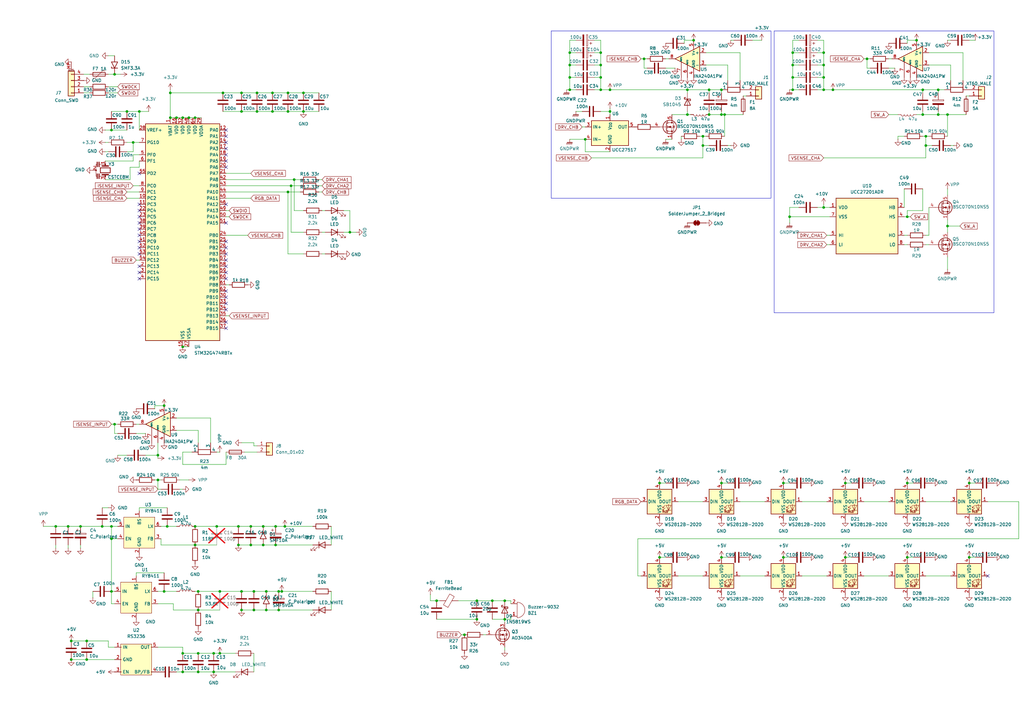
<source format=kicad_sch>
(kicad_sch (version 20231120) (generator "eeschema") (generator_version "8.0")
  (paper "A3")
  (junction (at 270.51 198.12))
  (junction (at 290.83 46.99))
  (junction (at 57.15 45.72))
  (junction (at 207.01 246.38))
  (junction (at 45.72 215.9))
  (junction (at 281.94 46.99))
  (junction (at 115.57 242.57))
  (junction (at 45.72 220.98))
  (junction (at 250.19 36.83))
  (junction (at 46.99 173.99))
  (junction (at 116.84 215.9))
  (junction (at 124.46 38.1))
  (junction (at 81.28 275.59))
  (junction (at 105.41 38.1))
  (junction (at 111.76 45.72))
  (junction (at 29.21 270.51))
  (junction (at 281.94 36.83))
  (junction (at 233.68 26.67))
  (junction (at 250.19 45.72))
  (junction (at 288.29 59.69))
  (junction (at 246.38 36.83))
  (junction (at 80.01 223.52))
  (junction (at 378.46 36.83))
  (junction (at 114.3 242.57))
  (junction (at 35.56 262.89))
  (junction (at 179.07 246.38))
  (junction (at 88.9 215.9))
  (junction (at 346.71 228.6))
  (junction (at 99.06 242.57))
  (junction (at 35.56 270.51))
  (junction (at 104.14 242.57))
  (junction (at 67.31 166.37))
  (junction (at 67.31 242.57))
  (junction (at 284.48 16.51))
  (junction (at 321.31 228.6))
  (junction (at 22.86 215.9))
  (junction (at 107.95 215.9))
  (junction (at 372.11 228.6))
  (junction (at 69.85 48.26))
  (junction (at 109.22 242.57))
  (junction (at 81.28 250.19))
  (junction (at 114.3 250.19))
  (junction (at 388.62 46.99))
  (junction (at 233.68 21.59))
  (junction (at 111.76 38.1))
  (junction (at 295.91 228.6))
  (junction (at 118.11 45.72))
  (junction (at 52.07 45.72))
  (junction (at 69.85 38.1))
  (junction (at 97.79 215.9))
  (junction (at 124.46 45.72))
  (junction (at 99.06 250.19))
  (junction (at 337.82 85.09))
  (junction (at 74.93 48.26))
  (junction (at 288.29 55.88))
  (junction (at 195.58 254))
  (junction (at 105.41 45.72))
  (junction (at 91.44 38.1))
  (junction (at 323.85 88.9))
  (junction (at 97.79 223.52))
  (junction (at 113.03 223.52))
  (junction (at 337.82 26.67))
  (junction (at 375.92 16.51))
  (junction (at 384.81 46.99))
  (junction (at 80.01 215.9))
  (junction (at 68.58 215.9))
  (junction (at 102.87 215.9))
  (junction (at 290.83 36.83))
  (junction (at 397.51 198.12))
  (junction (at 297.18 46.99))
  (junction (at 74.93 275.59))
  (junction (at 81.28 242.57))
  (junction (at 74.93 142.24))
  (junction (at 113.03 215.9))
  (junction (at 27.94 215.9))
  (junction (at 99.06 38.1))
  (junction (at 45.72 53.34))
  (junction (at 33.02 215.9))
  (junction (at 74.93 267.97))
  (junction (at 87.63 267.97))
  (junction (at 337.82 36.83))
  (junction (at 80.01 48.26))
  (junction (at 45.72 242.57))
  (junction (at 240.03 57.15))
  (junction (at 118.11 78.74))
  (junction (at 325.12 21.59))
  (junction (at 190.5 260.35))
  (junction (at 118.11 38.1))
  (junction (at 379.73 59.69))
  (junction (at 325.12 26.67))
  (junction (at 90.17 242.57))
  (junction (at 341.63 36.83))
  (junction (at 77.47 48.26))
  (junction (at 384.81 36.83))
  (junction (at 379.73 55.88))
  (junction (at 321.31 198.12))
  (junction (at 295.91 36.83))
  (junction (at 337.82 21.59))
  (junction (at 264.16 24.13))
  (junction (at 90.17 267.97))
  (junction (at 120.65 73.66))
  (junction (at 337.82 31.75))
  (junction (at 64.77 186.69))
  (junction (at 372.11 198.12))
  (junction (at 397.51 228.6))
  (junction (at 107.95 223.52))
  (junction (at 388.62 92.71))
  (junction (at 295.91 46.99))
  (junction (at 87.63 275.59))
  (junction (at 246.38 31.75))
  (junction (at 325.12 31.75))
  (junction (at 119.38 76.2))
  (junction (at 201.93 246.38))
  (junction (at 41.91 215.9))
  (junction (at 29.21 262.89))
  (junction (at 246.38 26.67))
  (junction (at 246.38 21.59))
  (junction (at 270.51 228.6))
  (junction (at 378.46 46.99))
  (junction (at 99.06 45.72))
  (junction (at 295.91 198.12))
  (junction (at 143.51 95.25))
  (junction (at 233.68 36.83))
  (junction (at 325.12 36.83))
  (junction (at 355.6 24.13))
  (junction (at 207.01 254))
  (junction (at 64.77 196.85))
  (junction (at 372.11 88.9))
  (junction (at 109.22 250.19))
  (junction (at 104.14 250.19))
  (junction (at 233.68 31.75))
  (junction (at 102.87 223.52))
  (junction (at 346.71 198.12))
  (junction (at 54.61 58.42))
  (junction (at 81.28 267.97))
  (junction (at 72.39 48.26))
  (junction (at 195.58 246.38))
  (junction (at 46.99 30.48))
  (no_connect (at 92.71 121.92))
  (no_connect (at 92.71 132.08))
  (no_connect (at 92.71 60.96))
  (no_connect (at 92.71 91.44))
  (no_connect (at 92.71 104.14))
  (no_connect (at 92.71 83.82))
  (no_connect (at 92.71 55.88))
  (no_connect (at 57.15 93.98))
  (no_connect (at 57.15 109.22))
  (no_connect (at 92.71 58.42))
  (no_connect (at 92.71 66.04))
  (no_connect (at 57.15 101.6))
  (no_connect (at 92.71 134.62))
  (no_connect (at 57.15 104.14))
  (no_connect (at 92.71 68.58))
  (no_connect (at 57.15 111.76))
  (no_connect (at 57.15 96.52))
  (no_connect (at 57.15 114.3))
  (no_connect (at 92.71 111.76))
  (no_connect (at 92.71 63.5))
  (no_connect (at 92.71 99.06))
  (no_connect (at 57.15 99.06))
  (no_connect (at 57.15 71.12))
  (no_connect (at 405.13 236.22))
  (no_connect (at 92.71 101.6))
  (no_connect (at 92.71 114.3))
  (no_connect (at 92.71 106.68))
  (no_connect (at 57.15 86.36))
  (no_connect (at 92.71 127))
  (no_connect (at 57.15 83.82))
  (no_connect (at 92.71 53.34))
  (no_connect (at 57.15 88.9))
  (no_connect (at 92.71 119.38))
  (no_connect (at 57.15 91.44))
  (no_connect (at 92.71 124.46))
  (no_connect (at 92.71 109.22))
  (wire (pts (xy 381 21.59) (xy 394.97 21.59)))
  (wire (pts (xy 246.38 21.59) (xy 246.38 26.67)))
  (wire (pts (xy 232.41 36.83) (xy 233.68 36.83)))
  (wire (pts (xy 116.84 215.9) (xy 128.27 215.9)))
  (wire (pts (xy 111.76 45.72) (xy 118.11 45.72)))
  (wire (pts (xy 355.6 24.13) (xy 356.87 24.13)))
  (wire (pts (xy 289.56 21.59) (xy 303.53 21.59)))
  (wire (pts (xy 124.46 95.25) (xy 119.38 95.25)))
  (wire (pts (xy 323.85 88.9) (xy 340.36 88.9)))
  (wire (pts (xy 80.01 242.57) (xy 81.28 242.57)))
  (wire (pts (xy 52.07 45.72) (xy 57.15 45.72)))
  (wire (pts (xy 325.12 21.59) (xy 325.12 26.67)))
  (wire (pts (xy 370.84 77.47) (xy 370.84 85.09)))
  (wire (pts (xy 81.28 267.97) (xy 87.63 267.97)))
  (wire (pts (xy 339.09 96.52) (xy 340.36 96.52)))
  (wire (pts (xy 201.93 254) (xy 207.01 254)))
  (wire (pts (xy 118.11 38.1) (xy 124.46 38.1)))
  (wire (pts (xy 45.72 53.34) (xy 52.07 53.34)))
  (wire (pts (xy 92.71 76.2) (xy 119.38 76.2)))
  (wire (pts (xy 323.85 198.12) (xy 321.31 198.12)))
  (wire (pts (xy 48.26 38.1) (xy 44.45 38.1)))
  (wire (pts (xy 55.88 173.99) (xy 57.15 173.99)))
  (wire (pts (xy 327.66 16.51) (xy 325.12 16.51)))
  (wire (pts (xy 201.93 246.38) (xy 207.01 246.38)))
  (wire (pts (xy 74.93 142.24) (xy 77.47 142.24)))
  (wire (pts (xy 207.01 254) (xy 207.01 255.27)))
  (wire (pts (xy 233.68 57.15) (xy 240.03 57.15)))
  (wire (pts (xy 323.85 36.83) (xy 325.12 36.83)))
  (wire (pts (xy 143.51 95.25) (xy 146.05 95.25)))
  (wire (pts (xy 64.77 247.65) (xy 71.12 247.65)))
  (wire (pts (xy 349.25 228.6) (xy 346.71 228.6)))
  (wire (pts (xy 115.57 242.57) (xy 128.27 242.57)))
  (wire (pts (xy 66.04 223.52) (xy 80.01 223.52)))
  (wire (pts (xy 53.34 73.66) (xy 53.34 68.58)))
  (wire (pts (xy 337.82 85.09) (xy 340.36 85.09)))
  (wire (pts (xy 393.7 92.71) (xy 388.62 92.71)))
  (wire (pts (xy 308.61 16.51) (xy 312.42 16.51)))
  (wire (pts (xy 335.28 21.59) (xy 337.82 21.59)))
  (wire (pts (xy 119.38 76.2) (xy 123.19 76.2)))
  (wire (pts (xy 81.28 250.19) (xy 90.17 250.19)))
  (wire (pts (xy 86.36 171.45) (xy 86.36 181.61)))
  (wire (pts (xy 303.53 205.74) (xy 313.69 205.74)))
  (wire (pts (xy 246.38 36.83) (xy 250.19 36.83)))
  (wire (pts (xy 111.76 38.1) (xy 118.11 38.1)))
  (wire (pts (xy 382.27 59.69) (xy 379.73 59.69)))
  (wire (pts (xy 48.26 35.56) (xy 44.45 35.56)))
  (wire (pts (xy 87.63 275.59) (xy 96.52 275.59)))
  (wire (pts (xy 297.18 46.99) (xy 297.18 55.88)))
  (wire (pts (xy 279.4 57.15) (xy 279.4 55.88)))
  (wire (pts (xy 233.68 36.83) (xy 236.22 36.83)))
  (wire (pts (xy 378.46 86.36) (xy 372.11 86.36)))
  (wire (pts (xy 132.08 104.14) (xy 133.35 104.14)))
  (wire (pts (xy 124.46 45.72) (xy 130.81 45.72)))
  (wire (pts (xy 41.91 215.9) (xy 45.72 215.9)))
  (wire (pts (xy 368.3 55.88) (xy 370.84 55.88)))
  (wire (pts (xy 207.01 254) (xy 209.55 254)))
  (wire (pts (xy 328.93 236.22) (xy 339.09 236.22)))
  (wire (pts (xy 281.94 45.72) (xy 281.94 46.99)))
  (wire (pts (xy 135.89 215.9) (xy 135.89 223.52)))
  (wire (pts (xy 278.13 236.22) (xy 288.29 236.22)))
  (wire (pts (xy 389.89 26.67) (xy 389.89 33.02)))
  (wire (pts (xy 52.07 78.74) (xy 57.15 78.74)))
  (wire (pts (xy 113.03 223.52) (xy 128.27 223.52)))
  (wire (pts (xy 119.38 95.25) (xy 119.38 76.2)))
  (wire (pts (xy 64.77 265.43) (xy 74.93 265.43)))
  (wire (pts (xy 91.44 45.72) (xy 99.06 45.72)))
  (wire (pts (xy 45.72 215.9) (xy 48.26 215.9)))
  (wire (pts (xy 384.81 46.99) (xy 388.62 46.99)))
  (wire (pts (xy 43.18 66.04) (xy 54.61 66.04)))
  (wire (pts (xy 233.68 26.67) (xy 233.68 31.75)))
  (wire (pts (xy 102.87 71.12) (xy 92.71 71.12)))
  (wire (pts (xy 105.41 38.1) (xy 111.76 38.1)))
  (wire (pts (xy 81.28 242.57) (xy 90.17 242.57)))
  (wire (pts (xy 379.73 55.88) (xy 381 55.88)))
  (wire (pts (xy 48.26 186.69) (xy 52.07 186.69)))
  (wire (pts (xy 273.05 198.12) (xy 270.51 198.12)))
  (wire (pts (xy 29.21 270.51) (xy 35.56 270.51)))
  (wire (pts (xy 102.87 223.52) (xy 107.95 223.52)))
  (wire (pts (xy 246.38 26.67) (xy 243.84 26.67)))
  (wire (pts (xy 354.33 24.13) (xy 355.6 24.13)))
  (wire (pts (xy 397.51 16.51) (xy 400.05 16.51)))
  (wire (pts (xy 113.03 215.9) (xy 116.84 215.9)))
  (wire (pts (xy 99.06 242.57) (xy 104.14 242.57)))
  (wire (pts (xy 109.22 250.19) (xy 104.14 250.19)))
  (wire (pts (xy 372.11 17.78) (xy 372.11 16.51)))
  (wire (pts (xy 325.12 26.67) (xy 325.12 31.75)))
  (wire (pts (xy 335.28 16.51) (xy 337.82 16.51)))
  (wire (pts (xy 99.06 45.72) (xy 105.41 45.72)))
  (wire (pts (xy 379.73 96.52) (xy 381 96.52)))
  (wire (pts (xy 298.45 198.12) (xy 295.91 198.12)))
  (wire (pts (xy 72.39 176.53) (xy 81.28 176.53)))
  (wire (pts (xy 55.88 234.95) (xy 67.31 234.95)))
  (wire (pts (xy 66.04 220.98) (xy 66.04 223.52)))
  (wire (pts (xy 143.51 86.36) (xy 143.51 95.25)))
  (wire (pts (xy 323.85 85.09) (xy 323.85 88.9)))
  (wire (pts (xy 374.65 228.6) (xy 372.11 228.6)))
  (wire (pts (xy 275.59 46.99) (xy 281.94 46.99)))
  (wire (pts (xy 64.77 196.85) (xy 66.04 196.85)))
  (wire (pts (xy 290.83 36.83) (xy 290.83 38.1)))
  (wire (pts (xy 417.83 220.98) (xy 261.62 220.98)))
  (wire (pts (xy 33.02 224.79) (xy 33.02 223.52)))
  (wire (pts (xy 64.77 187.96) (xy 64.77 186.69)))
  (wire (pts (xy 355.6 24.13) (xy 355.6 27.94)))
  (wire (pts (xy 325.12 21.59) (xy 327.66 21.59)))
  (wire (pts (xy 104.14 267.97) (xy 104.14 275.59)))
  (wire (pts (xy 63.5 196.85) (xy 64.77 196.85)))
  (wire (pts (xy 304.8 39.37) (xy 306.07 39.37)))
  (wire (pts (xy 379.73 55.88) (xy 379.73 59.69)))
  (wire (pts (xy 337.82 31.75) (xy 335.28 31.75)))
  (wire (pts (xy 384.81 36.83) (xy 387.35 36.83)))
  (wire (pts (xy 242.57 64.77) (xy 288.29 64.77)))
  (wire (pts (xy 262.89 24.13) (xy 264.16 24.13)))
  (wire (pts (xy 130.81 73.66) (xy 132.08 73.66)))
  (wire (pts (xy 107.95 223.52) (xy 113.03 223.52)))
  (wire (pts (xy 54.61 63.5) (xy 57.15 63.5)))
  (wire (pts (xy 288.29 59.69) (xy 288.29 64.77)))
  (wire (pts (xy 60.96 45.72) (xy 57.15 45.72)))
  (wire (pts (xy 375.92 16.51) (xy 372.11 16.51)))
  (wire (pts (xy 195.58 246.38) (xy 201.93 246.38)))
  (wire (pts (xy 44.45 262.89) (xy 44.45 265.43)))
  (wire (pts (xy 364.49 46.99) (xy 368.3 46.99)))
  (wire (pts (xy 77.47 196.85) (xy 73.66 196.85)))
  (wire (pts (xy 295.91 46.99) (xy 297.18 46.99)))
  (wire (pts (xy 93.98 116.84) (xy 92.71 116.84)))
  (wire (pts (xy 71.12 250.19) (xy 81.28 250.19)))
  (wire (pts (xy 354.33 236.22) (xy 364.49 236.22)))
  (wire (pts (xy 22.86 224.79) (xy 22.86 223.52)))
  (wire (pts (xy 92.71 78.74) (xy 118.11 78.74)))
  (wire (pts (xy 45.72 220.98) (xy 48.26 220.98)))
  (wire (pts (xy 57.15 68.58) (xy 57.15 66.04)))
  (wire (pts (xy 45.72 242.57) (xy 45.72 247.65)))
  (wire (pts (xy 388.62 16.51) (xy 389.89 16.51)))
  (wire (pts (xy 35.56 262.89) (xy 44.45 262.89)))
  (wire (pts (xy 46.99 247.65) (xy 45.72 247.65)))
  (wire (pts (xy 378.46 46.99) (xy 384.81 46.99)))
  (wire (pts (xy 57.15 53.34) (xy 57.15 45.72)))
  (wire (pts (xy 337.82 26.67) (xy 335.28 26.67)))
  (wire (pts (xy 22.86 215.9) (xy 27.94 215.9)))
  (wire (pts (xy 337.82 85.09) (xy 335.28 85.09)))
  (wire (pts (xy 233.68 26.67) (xy 236.22 26.67)))
  (wire (pts (xy 388.62 90.17) (xy 388.62 92.71)))
  (wire (pts (xy 45.72 242.57) (xy 46.99 242.57)))
  (wire (pts (xy 381 26.67) (xy 389.89 26.67)))
  (wire (pts (xy 240.03 57.15) (xy 240.03 62.23)))
  (wire (pts (xy 384.81 45.72) (xy 384.81 46.99)))
  (wire (pts (xy 233.68 21.59) (xy 233.68 26.67)))
  (wire (pts (xy 130.81 76.2) (xy 132.08 76.2)))
  (wire (pts (xy 233.68 31.75) (xy 233.68 36.83)))
  (wire (pts (xy 384.81 36.83) (xy 384.81 38.1)))
  (wire (pts (xy 74.93 275.59) (xy 72.39 275.59)))
  (wire (pts (xy 44.45 22.86) (xy 46.99 22.86)))
  (wire (pts (xy 45.72 173.99) (xy 46.99 173.99)))
  (wire (pts (xy 207.01 246.38) (xy 209.55 246.38)))
  (wire (pts (xy 261.62 220.98) (xy 261.62 236.22)))
  (wire (pts (xy 48.26 177.8) (xy 46.99 177.8)))
  (wire (pts (xy 337.82 21.59) (xy 337.82 26.67)))
  (wire (pts (xy 250.19 45.72) (xy 250.19 46.99)))
  (wire (pts (xy 43.18 73.66) (xy 53.34 73.66)))
  (wire (pts (xy 374.65 198.12) (xy 372.11 198.12)))
  (wire (pts (xy 233.68 31.75) (xy 236.22 31.75)))
  (wire (pts (xy 100.33 185.42) (xy 105.41 185.42)))
  (wire (pts (xy 45.72 220.98) (xy 45.72 242.57)))
  (wire (pts (xy 135.89 242.57) (xy 135.89 250.19)))
  (wire (pts (xy 375.92 46.99) (xy 378.46 46.99)))
  (wire (pts (xy 105.41 45.72) (xy 111.76 45.72)))
  (wire (pts (xy 246.38 26.67) (xy 246.38 31.75)))
  (wire (pts (xy 66.04 200.66) (xy 64.77 200.66)))
  (wire (pts (xy 74.93 190.5) (xy 74.93 185.42)))
  (wire (pts (xy 80.01 48.26) (xy 82.55 48.26)))
  (wire (pts (xy 90.17 185.42) (xy 88.9 185.42)))
  (wire (pts (xy 378.46 36.83) (xy 384.81 36.83)))
  (wire (pts (xy 379.73 236.22) (xy 389.89 236.22)))
  (wire (pts (xy 388.62 46.99) (xy 388.62 55.88)))
  (wire (pts (xy 43.18 58.42) (xy 44.45 58.42)))
  (wire (pts (xy 373.38 88.9) (xy 372.11 88.9)))
  (wire (pts (xy 325.12 36.83) (xy 327.66 36.83)))
  (wire (pts (xy 59.69 177.8) (xy 55.88 177.8)))
  (wire (pts (xy 337.82 16.51) (xy 337.82 21.59)))
  (wire (pts (xy 104.14 182.88) (xy 105.41 182.88)))
  (wire (pts (xy 102.87 81.28) (xy 92.71 81.28)))
  (wire (pts (xy 337.82 64.77) (xy 379.73 64.77)))
  (wire (pts (xy 290.83 46.99) (xy 295.91 46.99)))
  (wire (pts (xy 370.84 96.52) (xy 372.11 96.52)))
  (wire (pts (xy 44.45 265.43) (xy 46.99 265.43)))
  (wire (pts (xy 381 96.52) (xy 381 85.09)))
  (wire (pts (xy 176.53 246.38) (xy 179.07 246.38)))
  (wire (pts (xy 243.84 21.59) (xy 246.38 21.59)))
  (wire (pts (xy 264.16 24.13) (xy 265.43 24.13)))
  (wire (pts (xy 394.97 21.59) (xy 394.97 33.02)))
  (wire (pts (xy 107.95 215.9) (xy 113.03 215.9)))
  (wire (pts (xy 118.11 78.74) (xy 123.19 78.74)))
  (wire (pts (xy 55.88 236.22) (xy 55.88 234.95)))
  (wire (pts (xy 17.78 215.9) (xy 22.86 215.9)))
  (wire (pts (xy 52.07 81.28) (xy 57.15 81.28)))
  (wire (pts (xy 278.13 205.74) (xy 288.29 205.74)))
  (wire (pts (xy 104.14 250.19) (xy 99.06 250.19)))
  (wire (pts (xy 325.12 16.51) (xy 325.12 21.59)))
  (wire (pts (xy 68.58 215.9) (xy 72.39 215.9)))
  (wire (pts (xy 405.13 205.74) (xy 417.83 205.74)))
  (wire (pts (xy 54.61 66.04) (xy 54.61 63.5)))
  (wire (pts (xy 337.82 36.83) (xy 341.63 36.83)))
  (wire (pts (xy 27.94 224.79) (xy 27.94 223.52)))
  (wire (pts (xy 54.61 58.42) (xy 57.15 58.42)))
  (wire (pts (xy 71.12 247.65) (xy 71.12 250.19)))
  (wire (pts (xy 45.72 215.9) (xy 45.72 220.98)))
  (wire (pts (xy 289.56 26.67) (xy 298.45 26.67)))
  (wire (pts (xy 52.07 58.42) (xy 54.61 58.42)))
  (wire (pts (xy 379.73 100.33) (xy 381 100.33)))
  (wire (pts (xy 68.58 215.9) (xy 66.04 215.9)))
  (wire (pts (xy 54.61 76.2) (xy 57.15 76.2)))
  (wire (pts (xy 209.55 246.38) (xy 209.55 247.65)))
  (wire (pts (xy 45.72 45.72) (xy 52.07 45.72)))
  (wire (pts (xy 57.15 208.28) (xy 68.58 208.28)))
  (wire (pts (xy 323.85 228.6) (xy 321.31 228.6)))
  (wire (pts (xy 187.96 246.38) (xy 195.58 246.38)))
  (wire (pts (xy 43.18 53.34) (xy 45.72 53.34)))
  (wire (pts (xy 284.48 16.51) (xy 280.67 16.51)))
  (wire (pts (xy 327.66 85.09) (xy 323.85 85.09)))
  (wire (pts (xy 67.31 166.37) (xy 63.5 166.37)))
  (wire (pts (xy 104.14 181.61) (xy 104.14 182.88)))
  (wire (pts (xy 325.12 31.75) (xy 325.12 36.83)))
  (wire (pts (xy 99.06 38.1) (xy 105.41 38.1)))
  (wire (pts (xy 298.45 26.67) (xy 298.45 33.02)))
  (wire (pts (xy 176.53 243.84) (xy 176.53 246.38)))
  (wire (pts (xy 104.14 242.57) (xy 109.22 242.57)))
  (wire (pts (xy 283.21 46.99) (xy 281.94 46.99)))
  (wire (pts (xy 298.45 59.69) (xy 299.72 59.69)))
  (wire (pts (xy 303.53 236.22) (xy 313.69 236.22)))
  (wire (pts (xy 104.14 181.61) (xy 99.06 181.61)))
  (wire (pts (xy 370.84 100.33) (xy 372.11 100.33)))
  (wire (pts (xy 97.79 223.52) (xy 102.87 223.52)))
  (wire (pts (xy 379.73 205.74) (xy 389.89 205.74)))
  (wire (pts (xy 240.03 62.23) (xy 250.19 62.23)))
  (wire (pts (xy 64.77 200.66) (xy 64.77 196.85)))
  (wire (pts (xy 304.8 46.99) (xy 297.18 46.99)))
  (wire (pts (xy 118.11 45.72) (xy 124.46 45.72)))
  (wire (pts (xy 80.01 215.9) (xy 88.9 215.9)))
  (wire (pts (xy 290.83 45.72) (xy 290.83 46.99)))
  (wire (pts (xy 92.71 190.5) (xy 74.93 190.5)))
  (wire (pts (xy 372.11 88.9) (xy 370.84 88.9)))
  (wire (pts (xy 290.83 36.83) (xy 281.94 36.83)))
  (wire (pts (xy 243.84 16.51) (xy 246.38 16.51)))
  (wire (pts (xy 396.24 46.99) (xy 388.62 46.99)))
  (wire (pts (xy 337.82 36.83) (xy 335.28 36.83)))
  (wire (pts (xy 38.1 245.11) (xy 38.1 242.57)))
  (wire (pts (xy 92.71 185.42) (xy 92.71 190.5)))
  (wire (pts (xy 388.62 105.41) (xy 388.62 110.49)))
  (wire (pts (xy 97.79 215.9) (xy 102.87 215.9)))
  (wire (pts (xy 52.07 62.23) (xy 54.61 62.23)))
  (wire (pts (xy 102.87 215.9) (xy 107.95 215.9)))
  (wire (pts (xy 189.23 260.35) (xy 190.5 260.35)))
  (wire (pts (xy 114.3 250.19) (xy 128.27 250.19)))
  (wire (pts (xy 261.62 236.22) (xy 262.89 236.22)))
  (wire (pts (xy 238.76 52.07) (xy 240.03 52.07)))
  (wire (pts (xy 273.05 24.13) (xy 274.32 24.13)))
  (wire (pts (xy 87.63 267.97) (xy 90.17 267.97)))
  (wire (pts (xy 63.5 167.64) (xy 63.5 166.37)))
  (wire (pts (xy 236.22 45.72) (xy 238.76 45.72)))
  (wire (pts (xy 209.55 252.73) (xy 209.55 254)))
  (wire (pts (xy 299.72 16.51) (xy 300.99 16.51)))
  (wire (pts (xy 90.17 267.97) (xy 96.52 267.97)))
  (wire (pts (xy 337.82 26.67) (xy 337.82 31.75)))
  (wire (pts (xy 73.66 200.66) (xy 74.93 200.66)))
  (wire (pts (xy 74.93 267.97) (xy 81.28 267.97)))
  (wire (pts (xy 280.67 17.78) (xy 280.67 16.51)))
  (wire (pts (xy 46.99 173.99) (xy 46.99 177.8)))
  (wire (pts (xy 368.3 57.15) (xy 368.3 55.88)))
  (wire (pts (xy 179.07 254) (xy 195.58 254)))
  (wire (pts (xy 276.86 27.94) (xy 273.05 27.94)))
  (wire (pts (xy 69.85 48.26) (xy 72.39 48.26)))
  (wire (pts (xy 33.02 215.9) (xy 41.91 215.9)))
  (wire (pts (xy 389.89 59.69) (xy 391.16 59.69)))
  (wire (pts (xy 233.68 16.51) (xy 233.68 21.59)))
  (wire (pts (xy 133.35 86.36) (xy 132.08 86.36)))
  (wire (pts (xy 69.85 38.1) (xy 91.44 38.1)))
  (wire (pts (xy 295.91 45.72) (xy 295.91 46.99)))
  (wire (pts (xy 72.39 48.26) (xy 74.93 48.26)))
  (wire (pts (xy 281.94 36.83) (xy 281.94 38.1)))
  (wire (pts (xy 400.05 198.12) (xy 397.51 198.12)))
  (wire (pts (xy 356.87 27.94) (xy 355.6 27.94)))
  (wire (pts (xy 288.29 55.88) (xy 289.56 55.88)))
  (wire (pts (xy 101.6 96.52) (xy 92.71 96.52)))
  (wire (pts (xy 378.46 36.83) (xy 378.46 38.1)))
  (wire (pts (xy 133.35 95.25) (xy 132.08 95.25)))
  (wire (pts (xy 396.24 39.37) (xy 397.51 39.37)))
  (wire (pts (xy 109.22 242.57) (xy 114.3 242.57)))
  (wire (pts (xy 341.63 36.83) (xy 378.46 36.83)))
  (wire (pts (xy 74.93 185.42) (xy 78.74 185.42)))
  (wire (pts (xy 67.31 242.57) (xy 72.39 242.57)))
  (wire (pts (xy 59.69 186.69) (xy 64.77 186.69)))
  (wire (pts (xy 80.01 223.52) (xy 88.9 223.52)))
  (wire (pts (xy 55.88 106.68) (xy 57.15 106.68)))
  (wire (pts (xy 264.16 24.13) (xy 264.16 27.94)))
  (wire (pts (xy 91.44 38.1) (xy 99.06 38.1)))
  (wire (pts (xy 354.33 205.74) (xy 364.49 205.74)))
  (wire (pts (xy 378.46 55.88) (xy 379.73 55.88)))
  (wire (pts (xy 35.56 270.51) (xy 46.99 270.51)))
  (wire (pts (xy 290.83 59.69) (xy 288.29 59.69)))
  (wire (pts (xy 74.93 265.43) (xy 74.93 267.97)))
  (wire (pts (xy 120.65 86.36) (xy 120.65 73.66)))
  (wire (pts (xy 140.97 86.36) (xy 143.51 86.36)))
  (wire (pts (xy 36.83 38.1) (xy 34.29 38.1)))
  (wire (pts (xy 328.93 205.74) (xy 339.09 205.74)))
  (wire (pts (xy 339.09 100.33) (xy 340.36 100.33)))
  (wire (pts (xy 120.65 73.66) (xy 123.19 73.66)))
  (wire (pts (xy 72.39 171.45) (xy 86.36 171.45)))
  (wire (pts (xy 53.34 68.58) (xy 57.15 68.58)))
  (wire (pts (xy 130.81 78.74) (xy 132.08 78.74)))
  (wire (pts (xy 378.46 77.47) (xy 378.46 86.36)))
  (wire (pts (xy 337.82 31.75) (xy 337.82 36.83)))
  (wire (pts (xy 57.15 209.55) (xy 57.15 208.28)))
  (wire (pts (xy 124.46 38.1) (xy 130.81 38.1)))
  (wire (pts (xy 378.46 45.72) (xy 378.46 46.99)))
  (wire (pts (xy 287.02 55.88) (xy 288.29 55.88)))
  (wire (pts (xy 417.83 205.74) (xy 417.83 220.98)))
  (wire (pts (xy 69.85 38.1) (xy 69.85 48.26)))
  (wire (pts (xy 43.18 62.23) (xy 44.45 62.23)))
  (wire (pts (xy 388.62 92.71) (xy 388.62 95.25)))
  (wire (pts (xy 90.17 242.57) (xy 99.06 242.57)))
  (wire (pts (xy 325.12 26.67) (xy 327.66 26.67)))
  (wire (pts (xy 246.38 45.72) (xy 250.19 45.72)))
  (wire (pts (xy 295.91 36.83) (xy 295.91 38.1)))
  (wire (pts (xy 93.98 129.54) (xy 92.71 129.54)))
  (wire (pts (xy 246.38 31.75) (xy 246.38 36.83)))
  (wire (pts (xy 207.01 266.7) (xy 207.01 265.43)))
  (wire (pts (xy 273.05 228.6) (xy 270.51 228.6)))
  (wire (pts (xy 36.83 30.48) (xy 34.29 30.48)))
  (wire (pts (xy 349.25 198.12) (xy 346.71 198.12)))
  (wire (pts (xy 36.83 35.56) (xy 34.29 35.56)))
  (wire (pts (xy 337.82 83.82) (xy 337.82 85.09)))
  (wire (pts (xy 54.61 58.42) (xy 54.61 62.23)))
  (wire (pts (xy 364.49 24.13) (xy 365.76 24.13)))
  (wire (pts (xy 273.05 57.15) (xy 275.59 57.15)))
  (wire (pts (xy 67.31 242.57) (xy 64.77 242.57)))
  (wire (pts (xy 250.19 36.83) (xy 281.94 36.83)))
  (wire (pts (xy 265.43 27.94) (xy 264.16 27.94)))
  (wire (pts (xy 124.46 104.14) (xy 118.11 104.14)))
  (wire (pts (xy 400.05 228.6) (xy 397.51 228.6)))
  (wire (pts (xy 46.99 30.48) (xy 44.45 30.48)))
  (wire (pts (xy 114.3 250.19) (xy 109.22 250.19)))
  (wire (pts (xy 233.68 21.59) (xy 236.22 21.59)))
  (wire (pts (xy 246.38 16.51) (xy 246.38 21.59)))
  (wire (pts (xy 379.73 59.69) (xy 379.73 64.77)))
  (wire (pts (xy 179.07 246.38) (xy 180.34 246.38)))
  (wire (pts (xy 93.98 88.9) (xy 92.71 88.9)))
  (wire (pts (xy 88.9 215.9) (xy 97.79 215.9)))
  (wire (pts (xy 323.85 88.9) (xy 323.85 91.44)))
  (wire (pts (xy 388.62 77.47) (xy 388.62 80.01)))
  (wire (pts (xy 124.46 86.36) (xy 120.65 86.36)))
  (wire (pts (xy 74.93 275.59) (xy 81.28 275.59)))
  (wire (pts (xy 236.22 16.51) (xy 233.68 16.51)))
  (wire (pts (xy 325.12 31.75) (xy 327.66 31.75)))
  (wire (pts (xy 246.38 36.83) (xy 243.84 36.83)))
  (wire (pts (xy 92.71 73.66) (xy 120.65 73.66)))
  (wire (pts (xy 298.45 228.6) (xy 295.91 228.6)))
  (wire (pts (xy 198.12 260.35) (xy 199.39 260.35)))
  (wire (pts (xy 27.94 215.9) (xy 33.02 215.9)))
  (wire (pts (xy 288.29 55.88) (xy 288.29 59.69)))
  (wire (pts (xy 372.11 86.36) (xy 372.11 88.9)))
  (wire (pts (xy 29.21 262.89) (xy 35.56 262.89)))
  (wire (pts (xy 69.85 36.83) (xy 69.85 38.1)))
  (wire (pts (xy 81.28 176.53) (xy 81.28 181.61)))
  (wire (pts (xy 303.53 21.59) (xy 303.53 33.02)))
  (wire (pts (xy 49.53 30.48) (xy 46.99 30.48)))
  (wire (pts (xy 250.19 44.45) (xy 250.19 45.72)))
  (wire (pts (xy 44.45 208.28) (xy 41.91 208.28)))
  (wire (pts (xy 46.99 173.99) (xy 48.26 173.99)))
  (wire (pts (xy 74.93 48.26) (xy 77.47 48.26)))
  (wire (pts (xy 290.83 36.83) (xy 295.91 36.83)))
  (wire (pts (xy 114.3 242.57) (xy 115.57 242.57)))
  (wire (pts (xy 64.77 186.69) (xy 64.77 181.61)))
  (wire (pts (xy 367.03 27.94) (xy 364.49 27.94)))
  (wire (pts (xy 93.98 86.36) (xy 92.71 86.36)))
  (wire (pts (xy 81.28 275.59) (xy 87.63 275.59)))
  (wire (pts (xy 140.97 95.25) (xy 143.51 95.25)))
  (wire (pts (xy 77.47 48.26) (xy 80.01 48.26)))
  (wire (pts (xy 118.11 78.74) (xy 118.11 104.14)))
  (wire (pts (xy 246.38 31.75) (xy 243.84 31.75)))
  (rectangle (start 226.06 12.7) (end 316.23 81.28))
  (rectangle (start 317.5 12.7) (end 407.67 128.27))
  (global_label "SWDCK" (shape input) (at 48.26 35.56 0) (property "Intersheetrefs" "${INTERSHEET_REFS}" (effects (hide yes))))
  (global_label "ISENSE_CHB" (shape input) (at 262.89 24.13 180) (property "Intersheetrefs" "${INTERSHEET_REFS}" (effects (hide yes))))
  (global_label "DRV_CHA1" (shape input) (at 132.08 73.66 0) (property "Intersheetrefs" "${INTERSHEET_REFS}" (effects (hide yes))))
  (global_label "SWDIO" (shape input) (at 93.98 86.36 0) (property "Intersheetrefs" "${INTERSHEET_REFS}" (effects (hide yes))))
  (global_label "VSENSE_CHB" (shape input) (at 242.57 64.77 180) (property "Intersheetrefs" "${INTERSHEET_REFS}" (effects (hide yes))))
  (global_label "VSENSE_INPUT" (shape input) (at 93.98 129.54 0) (property "Intersheetrefs" "${INTERSHEET_REFS}" (effects (hide yes))))
  (global_label "DRV_CHA2" (shape input) (at 339.09 100.33 180) (property "Intersheetrefs" "${INTERSHEET_REFS}" (effects (hide yes))))
  (global_label "DRV_CHA2" (shape input) (at 132.08 76.2 0) (property "Intersheetrefs" "${INTERSHEET_REFS}" (effects (hide yes))))
  (global_label "ISENSE_CHA" (shape input) (at 52.07 81.28 180) (property "Intersheetrefs" "${INTERSHEET_REFS}" (effects (hide yes))))
  (global_label "SWDIO" (shape input) (at 48.26 38.1 0) (property "Intersheetrefs" "${INTERSHEET_REFS}" (effects (hide yes))))
  (global_label "RGB_DATA" (shape input) (at 102.87 81.28 0) (property "Intersheetrefs" "${INTERSHEET_REFS}" (effects (hide yes))))
  (global_label "SWDCK" (shape input) (at 93.98 88.9 0) (property "Intersheetrefs" "${INTERSHEET_REFS}" (effects (hide yes))))
  (global_label "RGB_DATA" (shape input) (at 262.89 205.74 180) (property "Intersheetrefs" "${INTERSHEET_REFS}" (effects (hide yes))))
  (global_label "ISENSE_CHB" (shape input) (at 52.07 78.74 180) (property "Intersheetrefs" "${INTERSHEET_REFS}" (effects (hide yes))))
  (global_label "VSENSE_CHA" (shape input) (at 337.82 64.77 180) (property "Intersheetrefs" "${INTERSHEET_REFS}" (effects (hide yes))))
  (global_label "DRV_CHB" (shape input) (at 238.76 52.07 180) (property "Intersheetrefs" "${INTERSHEET_REFS}" (effects (hide yes))))
  (global_label "BUZZER" (shape input) (at 189.23 260.35 180) (property "Intersheetrefs" "${INTERSHEET_REFS}" (effects (hide yes))))
  (global_label "DRV_CHA1" (shape input) (at 339.09 96.52 180) (property "Intersheetrefs" "${INTERSHEET_REFS}" (effects (hide yes))))
  (global_label "VSENSE_CHA" (shape input) (at 102.87 71.12 0) (property "Intersheetrefs" "${INTERSHEET_REFS}" (effects (hide yes))))
  (global_label "BUZZER" (shape input) (at 55.88 106.68 180) (property "Intersheetrefs" "${INTERSHEET_REFS}" (effects (hide yes))))
  (global_label "ISENSE_CHA" (shape input) (at 354.33 24.13 180) (property "Intersheetrefs" "${INTERSHEET_REFS}" (effects (hide yes))))
  (global_label "VSENSE_CHB" (shape input) (at 101.6 96.52 0) (property "Intersheetrefs" "${INTERSHEET_REFS}" (effects (hide yes))))
  (global_label "SW_A" (shape input) (at 373.38 88.9 0) (property "Intersheetrefs" "${INTERSHEET_REFS}" (effects (hide yes))))
  (global_label "SW_A" (shape input) (at 364.49 46.99 180) (property "Intersheetrefs" "${INTERSHEET_REFS}" (effects (hide yes))))
  (global_label "ISENSE_INPUT" (shape input) (at 45.72 173.99 180) (property "Intersheetrefs" "${INTERSHEET_REFS}" (effects (hide yes))))
  (global_label "DRV_CHB" (shape input) (at 132.08 78.74 0) (property "Intersheetrefs" "${INTERSHEET_REFS}" (effects (hide yes))))
  (global_label "SW_A" (shape input) (at 393.7 92.71 0) (property "Intersheetrefs" "${INTERSHEET_REFS}" (effects (hide yes))))
  (global_label "VSENSE_INPUT" (shape input) (at 64.77 200.66 180) (property "Intersheetrefs" "${INTERSHEET_REFS}" (effects (hide yes))))
  (global_label "ISENSE_INPUT" (shape input) (at 54.61 76.2 180) (property "Intersheetrefs" "${INTERSHEET_REFS}" (effects (hide yes))))
  (symbol (lib_id "Device:C") (at 331.47 36.83 270) (mirror x) (unit 1)
    (property "Reference" "C46" (at 335.026 35.306 90))
    (property "Value" "10u" (at 328.422 35.306 90))
    (property "Footprint" "Capacitor_SMD:C_1206_3216Metric" (effects (hide yes)))
    (property "Description" "Unpolarized capacitor" (effects (hide yes)))
  )
  (symbol (lib_id "power:+3.3V") (at 60.96 45.72 0) (unit 1)
    (property "Reference" "#PWR018" (effects (hide yes)))
    (property "Value" "+3.3V" (at 60.96 40.64 0))
    (property "Description" "Power symbol creates a global label with name \"+3.3V\"" (effects (hide yes)))
  )
  (symbol (lib_id "power:GND") (at 99.06 250.19 0) (unit 1)
    (property "Reference" "#PWR017" (effects (hide yes)))
    (property "Value" "GND" (effects (hide yes)))
    (property "Description" "Power symbol creates a global label with name \"GND\" , ground" (effects (hide yes)))
  )
  (symbol (lib_id "LED:WS2812B-2020") (at 397.51 205.74 0) (unit 1)
    (property "Reference" "D23" (at 401.574 212.852 0))
    (property "Value" "WS2812B-2020" (at 407.162 215.138 0))
    (property "Footprint" "LED_SMD:LED_WS2812B-2020_PLCC4_2.0x2.0mm" (effects (hide yes)))
    (property "Datasheet" "https://cdn-shop.adafruit.com/product-files/4684/4684_WS2812B-2020_V1.3_EN.pdf" (effects (hide yes)))
    (property "Description" "RGB LED with integrated controller, 2.0 x 2.0 mm, 12 mA" (effects (hide yes)))
  )
  (symbol (lib_id "power:GND") (at 38.1 69.85 270) (unit 1)
    (property "Reference" "#PWR031" (effects (hide yes)))
    (property "Value" "GND" (at 32.766 69.596 90))
    (property "Description" "Power symbol creates a global label with name \"GND\" , ground" (effects (hide yes)))
  )
  (symbol (lib_id "power:GNDPWR") (at 232.41 36.83 0) (unit 1)
    (property "Reference" "#PWR037" (effects (hide yes)))
    (property "Value" "GNDPWR" (at 232.283 40.64 0))
    (property "Description" "Power symbol creates a global label with name \"GNDPWR\" , global ground" (effects (hide yes)))
  )
  (symbol (lib_id "power:GND") (at 44.45 208.28 90) (unit 1)
    (property "Reference" "#PWR08" (effects (hide yes)))
    (property "Value" "GND" (at 48.26 208.2799 90) (effects (justify right)))
    (property "Description" "Power symbol creates a global label with name \"GND\" , ground" (effects (hide yes)))
  )
  (symbol (lib_id "0_RM2024:UCC27211D") (at 355.6 97.79 0) (unit 1)
    (property "Reference" "U10" (at 355.6 76.2 0))
    (property "Value" "UCC27201ADR" (at 355.6 78.74 0))
    (property "Footprint" "Package_SO:SOIC-8_3.9x4.9mm_P1.27mm" (effects (hide yes)))
    (property "Datasheet" "https://www.ti.com/lit/ds/symlink/ucc27211.pdf" (effects (hide yes)))
    (property "Description" "4-A, 120-V half bridge gate driver with 8-V UVLO and TTL inputs" (effects (hide yes)))
  )
  (symbol (lib_id "Connector_Generic:Conn_01x02") (at 402.59 39.37 0) (mirror x) (unit 1)
    (property "Reference" "J2" (at 404.368 31.75 0) (effects (justify left)))
    (property "Value" "XT60_MALE" (at 396.24 34.29 0) (effects (justify left)))
    (property "Footprint" "Connector_AMASS:AMASS_XT60-M_1x02_P7.20mm_Vertical" (effects (hide yes)))
    (property "Description" "Generic connector, single row, 01x02, script generated (kicad-library-utils/schlib/autogen/connector/)" (effects (hide yes)))
  )
  (symbol (lib_id "power:GND") (at 273.05 17.78 0) (unit 1)
    (property "Reference" "#PWR036" (effects (hide yes)))
    (property "Value" "GND" (at 273.05 21.336 0))
    (property "Description" "Power symbol creates a global label with name \"GND\" , ground" (effects (hide yes)))
  )
  (symbol (lib_id "power:GND") (at 321.31 213.36 0) (mirror y) (unit 1)
    (property "Reference" "#PWR0125" (effects (hide yes)))
    (property "Value" "GND" (at 321.31 217.805 0))
    (property "Description" "Power symbol creates a global label with name \"GND\" , ground" (effects (hide yes)))
  )
  (symbol (lib_id "power:VPP") (at 17.78 215.9 0) (unit 1)
    (property "Reference" "#PWR01" (effects (hide yes)))
    (property "Value" "VPP" (at 17.78 210.82 0))
    (property "Description" "Power symbol creates a global label with name \"VPP\"" (effects (hide yes)))
  )
  (symbol (lib_id "Device:C") (at 393.7 16.51 270) (mirror x) (unit 1)
    (property "Reference" "C59" (at 390.398 14.732 90))
    (property "Value" "100n" (at 397.256 14.732 90))
    (property "Footprint" "Capacitor_SMD:C_0603_1608Metric" (effects (hide yes)))
    (property "Description" "Unpolarized capacitor" (effects (hide yes)))
  )
  (symbol (lib_id "Device:C") (at 87.63 271.78 0) (unit 1)
    (property "Reference" "C13" (at 88.646 269.494 0) (effects (justify left)))
    (property "Value" "10u" (at 88.9 273.812 0) (effects (justify left)))
    (property "Footprint" "Capacitor_SMD:C_0603_1608Metric" (effects (hide yes)))
  )
  (symbol (lib_id "Diode:SMF5V0A") (at 109.22 246.38 270) (unit 1)
    (property "Reference" "D2" (at 111.76 245.745 90) (effects (justify left)))
    (property "Value" "SMF5V0A" (at 111.76 248.285 90) (effects (justify left)))
    (property "Footprint" "Diode_SMD:D_SMF" (effects (hide yes)))
    (property "Datasheet" "https://www.vishay.com/doc?85881" (effects (hide yes)))
  )
  (symbol (lib_id "power:GNDPWR") (at 281.94 91.44 0) (unit 1)
    (property "Reference" "#PWR078" (effects (hide yes)))
    (property "Value" "GNDPWR" (at 281.813 95.25 0))
    (property "Description" "Power symbol creates a global label with name \"GNDPWR\" , global ground" (effects (hide yes)))
  )
  (symbol (lib_id "power:GND") (at 367.03 27.94 0) (unit 1)
    (property "Reference" "#PWR043" (effects (hide yes)))
    (property "Value" "GND" (at 367.03 31.496 0))
    (property "Description" "Power symbol creates a global label with name \"GND\" , ground" (effects (hide yes)))
  )
  (symbol (lib_id "MCU_ST_STM32G4:STM32G474RBTx") (at 74.93 96.52 0) (unit 1)
    (property "Reference" "U4" (at 79.6641 142.24 0) (effects (justify left)))
    (property "Value" "STM32G474RBTx" (at 79.6641 144.78 0) (effects (justify left)))
    (property "Footprint" "Package_QFP:LQFP-64_10x10mm_P0.5mm" (effects (hide yes)))
    (property "Datasheet" "https://www.st.com/resource/en/datasheet/stm32g474rb.pdf" (effects (hide yes)))
    (property "Description" "STMicroelectronics Arm Cortex-M4 MCU, 128KB flash, 128KB RAM, 170 MHz, 1.71-3.6V, 52 GPIO, LQFP64" (effects (hide yes)))
  )
  (symbol (lib_id "Device:R") (at 360.68 24.13 90) (unit 1)
    (property "Reference" "R11" (at 359.156 19.812 90))
    (property "Value" "33R" (at 359.918 21.844 90))
    (property "Footprint" "Resistor_SMD:R_0603_1608Metric" (effects (hide yes)))
    (property "Description" "Resistor" (effects (hide yes)))
  )
  (symbol (lib_id "Device:C") (at 240.03 36.83 270) (mirror x) (unit 1)
    (property "Reference" "C34" (at 243.586 35.306 90))
    (property "Value" "10u" (at 236.982 35.306 90))
    (property "Footprint" "Capacitor_SMD:C_1206_3216Metric" (effects (hide yes)))
    (property "Description" "Unpolarized capacitor" (effects (hide yes)))
  )
  (symbol (lib_id "Device:C") (at 304.8 16.51 270) (mirror x) (unit 1)
    (property "Reference" "C60" (at 301.498 14.732 90))
    (property "Value" "100n" (at 308.356 14.732 90))
    (property "Footprint" "Capacitor_SMD:C_0603_1608Metric" (effects (hide yes)))
    (property "Description" "Unpolarized capacitor" (effects (hide yes)))
  )
  (symbol (lib_id "Device:C") (at 374.65 77.47 270) (unit 1)
    (property "Reference" "C49" (at 370.84 72.898 90))
    (property "Value" "100n" (at 370.84 75.438 90))
    (property "Footprint" "Capacitor_SMD:C_0603_1608Metric" (effects (hide yes)))
    (property "Description" "Unpolarized capacitor" (effects (hide yes)))
  )
  (symbol (lib_id "Device:R") (at 40.64 35.56 270) (unit 1)
    (property "Reference" "R36" (at 36.068 36.83 90))
    (property "Value" "120r" (at 45.466 36.83 90))
    (property "Footprint" "Resistor_SMD:R_0603_1608Metric" (effects (hide yes)))
  )
  (symbol (lib_id "power:GND") (at 22.86 224.79 0) (unit 1)
    (property "Reference" "#PWR02" (effects (hide yes)))
    (property "Value" "GND" (effects (hide yes)))
    (property "Description" "Power symbol creates a global label with name \"GND\" , ground" (effects (hide yes)))
  )
  (symbol (lib_id "Device:C") (at 81.28 271.78 0) (unit 1)
    (property "Reference" "C12" (at 82.296 269.494 0) (effects (justify left)))
    (property "Value" "10u" (at 82.296 274.066 0) (effects (justify left)))
    (property "Footprint" "Capacitor_SMD:C_0603_1608Metric" (effects (hide yes)))
  )
  (symbol (lib_id "Device:R") (at 293.37 55.88 90) (unit 1)
    (property "Reference" "R10" (at 291.084 53.848 90))
    (property "Value" "90k" (at 295.402 53.848 90))
    (property "Footprint" "Resistor_SMD:R_0603_1608Metric" (effects (hide yes)))
    (property "Description" "Resistor" (effects (hide yes)))
  )
  (symbol (lib_id "Device:R") (at 127 76.2 270) (unit 1)
    (property "Reference" "R13" (at 124.968 74.168 90))
    (property "Value" "33r" (at 129.286 74.168 90))
    (property "Footprint" "Resistor_SMD:R_0603_1608Metric" (effects (hide yes)))
  )
  (symbol (lib_id "power:+3.3V") (at 43.18 58.42 90) (unit 1)
    (property "Reference" "#PWR029" (effects (hide yes)))
    (property "Value" "+3.3V" (at 39.37 58.42 90) (effects (justify left)))
    (property "Description" "Power symbol creates a global label with name \"+3.3V\"" (effects (hide yes)))
  )
  (symbol (lib_id "power:GND") (at 29.21 25.4 270) (unit 1)
    (property "Reference" "#PWR0114" (effects (hide yes)))
    (property "Value" "GND" (at 26.416 26.416 90) (effects (justify right)))
    (property "Description" "Power symbol creates a global label with name \"GND\" , ground" (effects (hide yes)))
  )
  (symbol (lib_id "power:GND") (at 284.48 31.75 0) (unit 1)
    (property "Reference" "#PWR034" (effects (hide yes)))
    (property "Value" "GND" (at 288.036 33.528 0))
    (property "Description" "Power symbol creates a global label with name \"GND\" , ground" (effects (hide yes)))
  )
  (symbol (lib_id "Device:C_Polarized") (at 331.47 16.51 270) (mirror x) (unit 1)
    (property "Reference" "C40" (at 334.772 15.24 90))
    (property "Value" "100u" (at 327.66 15.24 90))
    (property "Footprint" "Capacitor_THT:CP_Radial_D6.3mm_P2.50mm" (effects (hide yes)))
    (property "Description" "Polarized capacitor" (effects (hide yes)))
  )
  (symbol (lib_id "power:GND") (at 207.01 266.7 0) (mirror y) (unit 1)
    (property "Reference" "#PWR068" (effects (hide yes)))
    (property "Value" "GND" (at 207.01 272.288 0))
    (property "Description" "Power symbol creates a global label with name \"GND\" , ground" (effects (hide yes)))
  )
  (symbol (lib_id "power:VPP") (at 90.17 185.42 0) (unit 1)
    (property "Reference" "#PWR062" (effects (hide yes)))
    (property "Value" "VPP" (at 90.1701 181.61 90) (effects (justify left)))
    (property "Description" "Power symbol creates a global label with name \"VPP\"" (effects (hide yes)))
  )
  (symbol (lib_id "Device:C") (at 105.41 41.91 180) (unit 1)
    (property "Reference" "C26" (at 105.664 39.624 0) (effects (justify right)))
    (property "Value" "100n" (at 105.918 44.45 0) (effects (justify right)))
    (property "Footprint" "Capacitor_SMD:C_0603_1608Metric" (effects (hide yes)))
    (property "Description" "Unpolarized capacitor" (effects (hide yes)))
  )
  (symbol (lib_id "Device:C") (at 104.14 246.38 0) (unit 1)
    (property "Reference" "C19" (at 106.934 245.11 0) (effects (justify left)))
    (property "Value" "10u" (effects (hide yes)))
    (property "Footprint" "Capacitor_SMD:C_1206_3216Metric" (effects (hide yes)))
  )
  (symbol (lib_id "LED:WS2812B-2020") (at 346.71 236.22 0) (unit 1)
    (property "Reference" "D27" (at 350.774 243.332 0))
    (property "Value" "WS2812B-2020" (at 356.362 245.618 0))
    (property "Footprint" "LED_SMD:LED_WS2812B-2020_PLCC4_2.0x2.0mm" (effects (hide yes)))
    (property "Datasheet" "https://cdn-shop.adafruit.com/product-files/4684/4684_WS2812B-2020_V1.3_EN.pdf" (effects (hide yes)))
    (property "Description" "RGB LED with integrated controller, 2.0 x 2.0 mm, 12 mA" (effects (hide yes)))
  )
  (symbol (lib_id "Device:L") (at 287.02 46.99 90) (mirror x) (unit 1)
    (property "Reference" "L3" (at 284.734 48.768 90))
    (property "Value" "47u" (at 289.306 48.768 90))
    (property "Footprint" "Inductor_SMD:L_Coilcraft_MSS1260-XXX" (effects (hide yes)))
    (property "Description" "Inductor" (effects (hide yes)))
  )
  (symbol (lib_id "Device:C") (at 294.64 59.69 270) (unit 1)
    (property "Reference" "C39" (at 291.338 61.468 90))
    (property "Value" "100n" (at 298.196 61.468 90))
    (property "Footprint" "Capacitor_SMD:C_0603_1608Metric" (effects (hide yes)))
    (property "Description" "Unpolarized capacitor" (effects (hide yes)))
  )
  (symbol (lib_id "Device:D_Schottky") (at 207.01 250.19 90) (mirror x) (unit 1)
    (property "Reference" "D9" (at 208.788 252.73 90))
    (property "Value" "1N5819WS" (at 212.598 255.016 90))
    (property "Footprint" "Diode_SMD:D_SOD-323_HandSoldering" (effects (hide yes)))
  )
  (symbol (lib_id "power:GND") (at 97.79 223.52 0) (unit 1)
    (property "Reference" "#PWR016" (effects (hide yes)))
    (property "Value" "GND" (effects (hide yes)))
    (property "Description" "Power symbol creates a global label with name \"GND\" , ground" (effects (hide yes)))
  )
  (symbol (lib_id "Device:Fuse") (at 304.8 43.18 0) (unit 1)
    (property "Reference" "F1" (at 307.34 41.9099 0) (effects (justify left)))
    (property "Value" "8A" (at 307.34 44.4499 0) (effects (justify left)))
    (property "Footprint" "Fuse:Fuse_1206_3216Metric" (effects (hide yes)))
    (property "Description" "Fuse" (effects (hide yes)))
  )
  (symbol (lib_id "Device:R") (at 81.28 246.38 0) (unit 1)
    (property "Reference" "R3" (at 84.074 245.1099 0) (effects (justify left)))
    (property "Value" "53.6k" (at 84.074 247.6499 0) (effects (justify left)))
    (property "Footprint" "Resistor_SMD:R_0603_1608Metric" (effects (hide yes)))
  )
  (symbol (lib_id "Device:C") (at 45.72 49.53 180) (unit 1)
    (property "Reference" "C90" (at 45.974 47.244 0) (effects (justify right)))
    (property "Value" "100n" (at 46.228 52.07 0) (effects (justify right)))
    (property "Footprint" "Capacitor_SMD:C_0603_1608Metric" (effects (hide yes)))
    (property "Description" "Unpolarized capacitor" (effects (hide yes)))
  )
  (symbol (lib_id "Device:C") (at 69.85 200.66 270) (unit 1)
    (property "Reference" "C53" (at 66.548 202.438 90))
    (property "Value" "100n" (at 73.406 202.438 90))
    (property "Footprint" "Capacitor_SMD:C_0603_1608Metric" (effects (hide yes)))
    (property "Description" "Unpolarized capacitor" (effects (hide yes)))
  )
  (symbol (lib_id "power:GND") (at 407.67 228.6 90) (mirror x) (unit 1)
    (property "Reference" "#PWR0153" (effects (hide yes)))
    (property "Value" "GND" (at 411.988 228.346 90))
    (property "Description" "Power symbol creates a global label with name \"GND\" , ground" (effects (hide yes)))
  )
  (symbol (lib_id "Device:C") (at 90.17 246.38 0) (unit 1) (dnp yes)
    (property "Reference" "C15" (at 92.964 245.11 0) (effects (justify left)))
    (property "Value" "100p" (at 92.964 247.65 0) (effects (justify left)))
    (property "Footprint" "Capacitor_SMD:C_0603_1608Metric" (effects (hide yes)))
  )
  (symbol (lib_id "Device:C") (at 378.46 228.6 270) (unit 1)
    (property "Reference" "C102" (at 375.666 227.584 90))
    (property "Value" "100n" (at 382.016 227.33 90))
    (property "Footprint" "Capacitor_SMD:C_0603_1608Metric" (effects (hide yes)))
    (property "Description" "Unpolarized capacitor" (effects (hide yes)))
  )
  (symbol (lib_id "Device:R") (at 132.08 242.57 90) (unit 1)
    (property "Reference" "R20" (at 132.08 236.22 90))
    (property "Value" "10k" (at 132.08 238.76 90))
    (property "Footprint" "Resistor_SMD:R_0603_1608Metric" (effects (hide yes)))
  )
  (symbol (lib_id "power:GND") (at 80.01 231.14 0) (unit 1)
    (property "Reference" "#PWR012" (effects (hide yes)))
    (property "Value" "GND" (at 80.01 235.585 0))
    (property "Description" "Power symbol creates a global label with name \"GND\" , ground" (effects (hide yes)))
  )
  (symbol (lib_id "Amplifier_Current:INA240A1PW") (at 281.94 24.13 0) (mirror y) (unit 1)
    (property "Reference" "U5" (at 287.274 28.448 0) (effects (justify right)))
    (property "Value" "INA240A1PW" (at 284.48 31.242 0) (effects (justify right)))
    (property "Footprint" "Package_SO:TSSOP-8_4.4x3mm_P0.65mm" (effects (hide yes)))
    (property "Datasheet" "http://www.ti.com/lit/ds/symlink/ina240.pdf" (effects (hide yes)))
    (property "Description" "High- and Low-Side, Bidirectional, Zero-Drift, Current-Sense Amplifier With Enhanced PWM Rejection, 20V/V, TSSOP-8" (effects (hide yes)))
  )
  (symbol (lib_id "LED:WS2812B-2020") (at 295.91 205.74 0) (unit 1)
    (property "Reference" "D19" (at 299.974 212.852 0))
    (property "Value" "WS2812B-2020" (at 305.562 215.138 0))
    (property "Footprint" "LED_SMD:LED_WS2812B-2020_PLCC4_2.0x2.0mm" (effects (hide yes)))
    (property "Datasheet" "https://cdn-shop.adafruit.com/product-files/4684/4684_WS2812B-2020_V1.3_EN.pdf" (effects (hide yes)))
    (property "Description" "RGB LED with integrated controller, 2.0 x 2.0 mm, 12 mA" (effects (hide yes)))
  )
  (symbol (lib_id "power:GND") (at 270.51 213.36 0) (mirror y) (unit 1)
    (property "Reference" "#PWR0118" (effects (hide yes)))
    (property "Value" "GND" (at 270.51 217.805 0))
    (property "Description" "Power symbol creates a global label with name \"GND\" , ground" (effects (hide yes)))
  )
  (symbol (lib_id "power:VPP") (at 341.63 36.83 0) (mirror y) (unit 1)
    (property "Reference" "#PWR048" (effects (hide yes)))
    (property "Value" "VPP" (at 344.678 35.052 0))
    (property "Description" "Power symbol creates a global label with name \"VPP\"" (effects (hide yes)))
  )
  (symbol (lib_id "power:GND") (at 43.18 62.23 270) (unit 1)
    (property "Reference" "#PWR030" (effects (hide yes)))
    (property "Value" "GND" (at 37.846 61.976 90))
    (property "Description" "Power symbol creates a global label with name \"GND\" , ground" (effects (hide yes)))
  )
  (symbol (lib_id "LED:WS2812B-2020") (at 372.11 236.22 0) (unit 1)
    (property "Reference" "D28" (at 376.174 243.332 0))
    (property "Value" "WS2812B-2020" (at 381.762 245.618 0))
    (property "Footprint" "LED_SMD:LED_WS2812B-2020_PLCC4_2.0x2.0mm" (effects (hide yes)))
    (property "Datasheet" "https://cdn-shop.adafruit.com/product-files/4684/4684_WS2812B-2020_V1.3_EN.pdf" (effects (hide yes)))
    (property "Description" "RGB LED with integrated controller, 2.0 x 2.0 mm, 12 mA" (effects (hide yes)))
  )
  (symbol (lib_id "power:GND") (at 101.6 116.84 90) (unit 1)
    (property "Reference" "#PWR056" (effects (hide yes)))
    (property "Value" "GND" (at 105.664 116.84 0))
    (property "Description" "Power symbol creates a global label with name \"GND\" , ground" (effects (hide yes)))
  )
  (symbol (lib_id "Device:C") (at 290.83 41.91 0) (unit 1)
    (property "Reference" "C37" (at 288.671 38.735 0))
    (property "Value" "10u" (at 288.544 44.45 0))
    (property "Footprint" "Capacitor_SMD:C_1206_3216Metric" (effects (hide yes)))
    (property "Description" "Unpolarized capacitor" (effects (hide yes)))
  )
  (symbol (lib_id "power:+5V") (at 346.71 198.12 0) (unit 1)
    (property "Reference" "#PWR0127" (effects (hide yes)))
    (property "Value" "+5V" (at 346.71 193.294 0))
    (property "Description" "Power symbol creates a global label with name \"+5V\"" (effects (hide yes)))
  )
  (symbol (lib_id "Device:C_Polarized") (at 113.03 219.71 0) (unit 1)
    (property "Reference" "C20" (at 116.84 217.551 0) (effects (justify left)))
    (property "Value" "C_Polarized" (at 116.84 220.091 0) (effects (justify left)))
    (property "Footprint" "Capacitor_THT:CP_Radial_D6.3mm_P2.50mm" (effects (hide yes)))
  )
  (symbol (lib_id "power:GND") (at 190.5 267.97 0) (mirror y) (unit 1)
    (property "Reference" "#PWR069" (effects (hide yes)))
    (property "Value" "GND" (at 190.5 273.558 0))
    (property "Description" "Power symbol creates a global label with name \"GND\" , ground" (effects (hide yes)))
  )
  (symbol (lib_id "power:GND") (at 38.1 245.11 0) (mirror y) (unit 1)
    (property "Reference" "#PWR07" (effects (hide yes)))
    (property "Value" "GND" (at 39.37 247.65 0) (effects (justify right)))
    (property "Description" "Power symbol creates a global label with name \"GND\" , ground" (effects (hide yes)))
  )
  (symbol (lib_id "power:+5V") (at 397.51 198.12 0) (unit 1)
    (property "Reference" "#PWR0133" (effects (hide yes)))
    (property "Value" "+5V" (at 397.51 193.294 0))
    (property "Description" "Power symbol creates a global label with name \"+5V\"" (effects (hide yes)))
  )
  (symbol (lib_id "LED:WS2812B-2020") (at 372.11 205.74 0) (unit 1)
    (property "Reference" "D22" (at 376.174 212.852 0))
    (property "Value" "WS2812B-2020" (at 381.762 215.138 0))
    (property "Footprint" "LED_SMD:LED_WS2812B-2020_PLCC4_2.0x2.0mm" (effects (hide yes)))
    (property "Datasheet" "https://cdn-shop.adafruit.com/product-files/4684/4684_WS2812B-2020_V1.3_EN.pdf" (effects (hide yes)))
    (property "Description" "RGB LED with integrated controller, 2.0 x 2.0 mm, 12 mA" (effects (hide yes)))
  )
  (symbol (lib_id "power:GND") (at 299.72 16.51 0) (unit 1)
    (property "Reference" "#PWR074" (effects (hide yes)))
    (property "Value" "GND" (at 296.672 18.796 0))
    (property "Description" "Power symbol creates a global label with name \"GND\" , ground" (effects (hide yes)))
  )
  (symbol (lib_id "power:GNDPWR") (at 323.85 36.83 0) (unit 1)
    (property "Reference" "#PWR077" (effects (hide yes)))
    (property "Value" "GNDPWR" (at 323.723 40.64 0))
    (property "Description" "Power symbol creates a global label with name \"GNDPWR\" , global ground" (effects (hide yes)))
  )
  (symbol (lib_id "Device:C") (at 55.88 186.69 270) (unit 1)
    (property "Reference" "C58" (at 52.578 188.468 90))
    (property "Value" "100n" (at 59.436 188.468 90))
    (property "Footprint" "Capacitor_SMD:C_0603_1608Metric" (effects (hide yes)))
    (property "Description" "Unpolarized capacitor" (effects (hide yes)))
  )
  (symbol (lib_id "Device:C") (at 353.06 228.6 270) (unit 1)
    (property "Reference" "C101" (at 350.266 227.584 90))
    (property "Value" "100n" (at 356.616 227.33 90))
    (property "Footprint" "Capacitor_SMD:C_0603_1608Metric" (effects (hide yes)))
    (property "Description" "Unpolarized capacitor" (effects (hide yes)))
  )
  (symbol (lib_id "power:GND") (at 280.67 198.12 90) (mirror x) (unit 1)
    (property "Reference" "#PWR0120" (effects (hide yes)))
    (property "Value" "GND" (at 284.988 197.866 90))
    (property "Description" "Power symbol creates a global label with name \"GND\" , ground" (effects (hide yes)))
  )
  (symbol (lib_id "power:GND") (at 74.93 142.24 0) (unit 1)
    (property "Reference" "#PWR055" (effects (hide yes)))
    (property "Value" "GND" (at 74.93 146.304 0))
    (property "Description" "Power symbol creates a global label with name \"GND\" , ground" (effects (hide yes)))
  )
  (symbol (lib_id "Device:R") (at 69.85 196.85 90) (unit 1)
    (property "Reference" "R25" (at 67.564 194.818 90))
    (property "Value" "90k" (at 71.882 194.818 90))
    (property "Footprint" "Resistor_SMD:R_0603_1608Metric" (effects (hide yes)))
    (property "Description" "Resistor" (effects (hide yes)))
  )
  (symbol (lib_id "Device:R") (at 48.26 58.42 90) (unit 1)
    (property "Reference" "R7" (at 45.974 56.642 90))
    (property "Value" "1k" (at 49.53 56.388 90))
    (property "Footprint" "Resistor_SMD:R_0603_1608Metric" (effects (hide yes)))
  )
  (symbol (lib_id "power:+3.3V") (at 281.94 31.75 180) (unit 1)
    (property "Reference" "#PWR033" (effects (hide yes)))
    (property "Value" "+3.3V" (at 281.686 35.306 0))
    (property "Description" "Power symbol creates a global label with name \"+3.3V\"" (effects (hide yes)))
  )
  (symbol (lib_id "power:GND") (at 29.21 270.51 0) (unit 1)
    (property "Reference" "#PWR05" (effects (hide yes)))
    (property "Value" "GND" (at 35.052 272.288 0) (effects (justify right)))
    (property "Description" "Power symbol creates a global label with name \"GND\" , ground" (effects (hide yes)))
  )
  (symbol (lib_id "Device:C") (at 99.06 246.38 0) (unit 1)
    (property "Reference" "C17" (at 112.014 245.11 0) (effects (justify left)))
    (property "Value" "10u" (effects (hide yes)))
    (property "Footprint" "Capacitor_SMD:C_1206_3216Metric" (effects (hide yes)))
  )
  (symbol (lib_id "power:GNDPWR") (at 233.68 57.15 0) (unit 1)
    (property "Reference" "#PWR025" (effects (hide yes)))
    (property "Value" "GNDPWR" (at 233.553 60.96 0))
    (property "Description" "Power symbol creates a global label with name \"GNDPWR\" , global ground" (effects (hide yes)))
  )
  (symbol (lib_id "power:GND") (at 356.87 228.6 90) (mirror x) (unit 1)
    (property "Reference" "#PWR0147" (effects (hide yes)))
    (property "Value" "GND" (at 361.188 228.346 90))
    (property "Description" "Power symbol creates a global label with name \"GND\" , ground" (effects (hide yes)))
  )
  (symbol (lib_id "Device:R") (at 384.81 55.88 90) (unit 1)
    (property "Reference" "R15" (at 382.524 53.848 90))
    (property "Value" "90k" (at 386.842 53.848 90))
    (property "Footprint" "Resistor_SMD:R_0603_1608Metric" (effects (hide yes)))
    (property "Description" "Resistor" (effects (hide yes)))
  )
  (symbol (lib_id "power:GND") (at 55.88 196.85 270) (unit 1)
    (property "Reference" "#PWR064" (effects (hide yes)))
    (property "Value" "GND" (at 50.8 195.58 90))
    (property "Description" "Power symbol creates a global label with name \"GND\" , ground" (effects (hide yes)))
  )
  (symbol (lib_id "power:GND") (at 382.27 198.12 90) (mirror x) (unit 1)
    (property "Reference" "#PWR0132" (effects (hide yes)))
    (property "Value" "GND" (at 386.588 197.866 90))
    (property "Description" "Power symbol creates a global label with name \"GND\" , ground" (effects (hide yes)))
  )
  (symbol (lib_id "Device:C_Polarized") (at 384.81 41.91 0) (unit 1)
    (property "Reference" "C48" (at 382.778 38.608 0))
    (property "Value" "100u" (at 382.524 44.45 0))
    (property "Footprint" "Capacitor_THT:CP_Radial_D6.3mm_P2.50mm" (effects (hide yes)))
    (property "Description" "Polarized capacitor" (effects (hide yes)))
  )
  (symbol (lib_id "power:+5V") (at 321.31 198.12 0) (unit 1)
    (property "Reference" "#PWR0124" (effects (hide yes)))
    (property "Value" "+5V" (at 321.31 193.294 0))
    (property "Description" "Power symbol creates a global label with name \"+5V\"" (effects (hide yes)))
  )
  (symbol (lib_id "LED:WS2812B-2020") (at 346.71 205.74 0) (unit 1)
    (property "Reference" "D21" (at 350.774 212.852 0))
    (property "Value" "WS2812B-2020" (at 356.362 215.138 0))
    (property "Footprint" "LED_SMD:LED_WS2812B-2020_PLCC4_2.0x2.0mm" (effects (hide yes)))
    (property "Datasheet" "https://cdn-shop.adafruit.com/product-files/4684/4684_WS2812B-2020_V1.3_EN.pdf" (effects (hide yes)))
    (property "Description" "RGB LED with integrated controller, 2.0 x 2.0 mm, 12 mA" (effects (hide yes)))
  )
  (symbol (lib_id "Device:L") (at 76.2 215.9 90) (unit 1)
    (property "Reference" "L1" (at 76.2 212.09 90))
    (property "Value" "4.7u" (at 76.2 214.63 90))
    (property "Footprint" "Inductor_SMD:L_Bourns-SRN4018" (effects (hide yes)))
  )
  (symbol (lib_id "Device:C_Polarized") (at 295.91 41.91 0) (unit 1)
    (property "Reference" "C36" (at 293.878 38.608 0))
    (property "Value" "100u" (at 293.624 44.45 0))
    (property "Footprint" "Capacitor_THT:CP_Radial_D6.3mm_P2.50mm" (effects (hide yes)))
    (property "Description" "Polarized capacitor" (effects (hide yes)))
  )
  (symbol (lib_id "Device:C") (at 195.58 250.19 180) (unit 1)
    (property "Reference" "C55" (at 192.786 247.65 0) (effects (justify right)))
    (property "Value" "10u" (at 192.278 252.476 0) (effects (justify right)))
    (property "Footprint" "Capacitor_SMD:C_0603_1608Metric" (effects (hide yes)))
  )
  (symbol (lib_id "Device:C") (at 269.24 27.94 270) (unit 1)
    (property "Reference" "C38" (at 265.938 29.718 90))
    (property "Value" "100n" (at 272.796 29.718 90))
    (property "Footprint" "Capacitor_SMD:C_0603_1608Metric" (effects (hide yes)))
    (property "Description" "Unpolarized capacitor" (effects (hide yes)))
  )
  (symbol (lib_id "Device:L") (at 372.11 46.99 90) (mirror x) (unit 1)
    (property "Reference" "L4" (at 369.824 48.768 90))
    (property "Value" "47u" (at 374.396 48.768 90))
    (property "Footprint" "Inductor_SMD:L_Coilcraft_MSS1260-XXX" (effects (hide yes)))
    (property "Description" "Inductor" (effects (hide yes)))
  )
  (symbol (lib_id "power:+5V") (at 372.11 228.6 0) (unit 1)
    (property "Reference" "#PWR0148" (effects (hide yes)))
    (property "Value" "+5V" (at 372.11 223.774 0))
    (property "Description" "Power symbol creates a global label with name \"+5V\"" (effects (hide yes)))
  )
  (symbol (lib_id "Device:R_Shunt") (at 83.82 185.42 90) (unit 1)
    (property "Reference" "R23" (at 83.82 189.23 90))
    (property "Value" "4m" (at 83.82 191.77 90))
    (property "Footprint" "Resistor_SMD:R_Shunt_Vishay_WSK2512_6332Metric_T1.19mm" (effects (hide yes)))
    (property "Description" "Shunt resistor" (effects (hide yes)))
  )
  (symbol (lib_id "Device:R") (at 80.01 227.33 0) (unit 1)
    (property "Reference" "R2" (at 82.804 226.0599 0) (effects (justify left)))
    (property "Value" "10k" (at 82.804 228.5999 0) (effects (justify left)))
    (property "Footprint" "Resistor_SMD:R_0603_1608Metric" (effects (hide yes)))
  )
  (symbol (lib_id "power:+12V") (at 116.84 215.9 0) (unit 1)
    (property "Reference" "#PWR020" (effects (hide yes)))
    (property "Value" "+10V" (at 118.618 214.6299 0) (effects (justify left)))
    (property "Description" "Power symbol creates a global label with name \"+12V\"" (effects (hide yes)))
  )
  (symbol (lib_id "power:GND") (at 140.97 104.14 90) (unit 1)
    (property "Reference" "#PWR076" (effects (hide yes)))
    (property "Value" "GND" (at 146.05 104.394 90))
    (property "Description" "Power symbol creates a global label with name \"GND\" , ground" (effects (hide yes)))
  )
  (symbol (lib_id "power:GND") (at 280.67 228.6 90) (mirror x) (unit 1)
    (property "Reference" "#PWR0138" (effects (hide yes)))
    (property "Value" "GND" (at 284.988 228.346 90))
    (property "Description" "Power symbol creates a global label with name \"GND\" , ground" (effects (hide yes)))
  )
  (symbol (lib_id "Device:Resonator") (at 43.18 69.85 270) (unit 1)
    (property "Reference" "Y3" (at 44.45 67.31 90) (effects (justify left)))
    (property "Value" "CSTCE8M" (at 44.196 72.644 90) (effects (justify left)))
    (property "Footprint" "Crystal:Resonator_SMD_Murata_CSTxExxV-3Pin_3.0x1.1mm_HandSoldering" (effects (hide yes)))
    (property "Description" "Three pin ceramic resonator" (effects (hide yes)))
  )
  (symbol (lib_id "power:GND") (at 331.47 228.6 90) (mirror x) (unit 1)
    (property "Reference" "#PWR0144" (effects (hide yes)))
    (property "Value" "GND" (at 335.788 228.346 90))
    (property "Description" "Power symbol creates a global label with name \"GND\" , ground" (effects (hide yes)))
  )
  (symbol (lib_id "power:+3.3V") (at 375.92 16.51 0) (unit 1)
    (property "Reference" "#PWR041" (effects (hide yes)))
    (property "Value" "+3.3V" (at 378.714 18.288 0))
    (property "Description" "Power symbol creates a global label with name \"+3.3V\"" (effects (hide yes)))
  )
  (symbol (lib_id "power:GND") (at 356.87 198.12 90) (mirror x) (unit 1)
    (property "Reference" "#PWR0129" (effects (hide yes)))
    (property "Value" "GND" (at 361.188 197.866 90))
    (property "Description" "Power symbol creates a global label with name \"GND\" , ground" (effects (hide yes)))
  )
  (symbol (lib_id "power:+5V") (at 270.51 228.6 0) (unit 1)
    (property "Reference" "#PWR0136" (effects (hide yes)))
    (property "Value" "+5V" (at 270.51 223.774 0))
    (property "Description" "Power symbol creates a global label with name \"+5V\"" (effects (hide yes)))
  )
  (symbol (lib_id "Device:C") (at 99.06 41.91 180) (unit 1)
    (property "Reference" "C25" (at 99.314 39.624 0) (effects (justify right)))
    (property "Value" "100n" (at 99.568 44.45 0) (effects (justify right)))
    (property "Footprint" "Capacitor_SMD:C_0603_1608Metric" (effects (hide yes)))
    (property "Description" "Unpolarized capacitor" (effects (hide yes)))
  )
  (symbol (lib_id "Device:C") (at 52.07 49.53 180) (unit 1)
    (property "Reference" "C91" (at 52.324 47.244 0) (effects (justify right)))
    (property "Value" "1u" (at 52.578 52.07 0) (effects (justify right)))
    (property "Footprint" "Capacitor_SMD:C_0603_1608Metric" (effects (hide yes)))
    (property "Description" "Unpolarized capacitor" (effects (hide yes)))
  )
  (symbol (lib_id "Device:R") (at 132.08 215.9 90) (unit 1)
    (property "Reference" "R19" (at 132.08 209.55 90))
    (property "Value" "100k" (at 132.08 212.09 90))
    (property "Footprint" "Resistor_SMD:R_0603_1608Metric" (effects (hide yes)))
  )
  (symbol (lib_id "Device:C_Polarized") (at 33.02 219.71 0) (unit 1)
    (property "Reference" "C4" (at 36.83 217.551 0) (effects (justify left)))
    (property "Value" "C_Polarized" (at 36.83 220.091 0) (effects (justify left)))
    (property "Footprint" "Capacitor_THT:CP_Radial_D6.3mm_P2.50mm" (effects (hide yes)))
  )
  (symbol (lib_id "power:GNDPWR") (at 273.05 57.15 0) (unit 1)
    (property "Reference" "#PWR023" (effects (hide yes)))
    (property "Value" "GNDPWR" (at 272.923 60.96 0))
    (property "Description" "Power symbol creates a global label with name \"GNDPWR\" , global ground" (effects (hide yes)))
  )
  (symbol (lib_id "power:GND") (at 370.84 31.75 0) (unit 1)
    (property "Reference" "#PWR044" (effects (hide yes)))
    (property "Value" "GND" (at 367.792 34.036 0))
    (property "Description" "Power symbol creates a global label with name \"GND\" , ground" (effects (hide yes)))
  )
  (symbol (lib_id "Device:C") (at 41.91 242.57 270) (mirror x) (unit 1)
    (property "Reference" "C7" (at 38.354 239.776 90) (effects (justify left)))
    (property "Value" "100n" (at 42.164 239.268 90) (effects (justify left)))
    (property "Footprint" "Capacitor_SMD:C_0603_1608Metric" (effects (hide yes)))
  )
  (symbol (lib_id "power:+5V") (at 321.31 228.6 0) (unit 1)
    (property "Reference" "#PWR0142" (effects (hide yes)))
    (property "Value" "+5V" (at 321.31 223.774 0))
    (property "Description" "Power symbol creates a global label with name \"+5V\"" (effects (hide yes)))
  )
  (symbol (lib_id "power:GND") (at 124.46 45.72 0) (unit 1)
    (property "Reference" "#PWR027" (effects (hide yes)))
    (property "Value" "GND" (at 124.46 50.8 0))
    (property "Description" "Power symbol creates a global label with name \"GND\" , ground" (effects (hide yes)))
  )
  (symbol (lib_id "Device:R") (at 194.31 260.35 90) (mirror x) (unit 1)
    (property "Reference" "R26" (at 194.31 266.954 90))
    (property "Value" "33r" (at 194.31 264.414 90))
    (property "Footprint" "Resistor_SMD:R_0603_1608Metric" (effects (hide yes)))
  )
  (symbol (lib_id "Device:C") (at 68.58 212.09 0) (unit 1)
    (property "Reference" "C9" (at 71.374 210.82 0) (effects (justify left)))
    (property "Value" "100n" (at 71.374 213.36 0) (effects (justify left)))
    (property "Footprint" "Capacitor_SMD:C_0603_1608Metric" (effects (hide yes)))
  )
  (symbol (lib_id "power:GNDPWR") (at 323.85 91.44 0) (unit 1)
    (property "Reference" "#PWR049" (effects (hide yes)))
    (property "Value" "GNDPWR" (at 323.723 95.25 0))
    (property "Description" "Power symbol creates a global label with name \"GNDPWR\" , global ground" (effects (hide yes)))
  )
  (symbol (lib_id "power:+3.3V") (at 90.17 267.97 0) (unit 1)
    (property "Reference" "#PWR015" (effects (hide yes)))
    (property "Value" "+3.3V" (at 90.17 262.89 0))
    (property "Description" "Power symbol creates a global label with name \"+3.3V\"" (effects (hide yes)))
  )
  (symbol (lib_id "power:+3.3V") (at 64.77 187.96 270) (unit 1)
    (property "Reference" "#PWR060" (effects (hide yes)))
    (property "Value" "+3.3V" (at 68.58 187.9599 90) (effects (justify left)))
    (property "Description" "Power symbol creates a global label with name \"+3.3V\"" (effects (hide yes)))
  )
  (symbol (lib_id "power:GND") (at 306.07 198.12 90) (mirror x) (unit 1)
    (property "Reference" "#PWR0123" (effects (hide yes)))
    (property "Value" "GND" (at 310.388 197.866 90))
    (property "Description" "Power symbol creates a global label with name \"GND\" , ground" (effects (hide yes)))
  )
  (symbol (lib_id "Device:C") (at 331.47 31.75 270) (mirror x) (unit 1)
    (property "Reference" "C45" (at 335.026 30.226 90))
    (property "Value" "10u" (at 328.676 30.48 90))
    (property "Footprint" "Capacitor_SMD:C_1206_3216Metric" (effects (hide yes)))
    (property "Description" "Unpolarized capacitor" (effects (hide yes)))
  )
  (symbol (lib_id "power:GND") (at 62.23 181.61 0) (unit 1)
    (property "Reference" "#PWR059" (effects (hide yes)))
    (property "Value" "GND" (at 59.182 183.896 0))
    (property "Description" "Power symbol creates a global label with name \"GND\" , ground" (effects (hide yes)))
  )
  (symbol (lib_id "Device:R") (at 283.21 55.88 90) (unit 1)
    (property "Reference" "R9" (at 281.432 53.848 90))
    (property "Value" "10k" (at 285.496 53.848 90))
    (property "Footprint" "Resistor_SMD:R_0603_1608Metric" (effects (hide yes)))
    (property "Description" "Resistor" (effects (hide yes)))
  )
  (symbol (lib_id "Device:C") (at 353.06 198.12 270) (unit 1)
    (property "Reference" "C95" (at 350.266 197.104 90))
    (property "Value" "100n" (at 356.616 196.85 90))
    (property "Footprint" "Capacitor_SMD:C_0603_1608Metric" (effects (hide yes)))
    (property "Description" "Unpolarized capacitor" (effects (hide yes)))
  )
  (symbol (lib_id "power:+3.3V") (at 373.38 31.75 180) (unit 1)
    (property "Reference" "#PWR019" (effects (hide yes)))
    (property "Value" "+3.3V" (at 373.126 35.306 0))
    (property "Description" "Power symbol creates a global label with name \"+3.3V\"" (effects (hide yes)))
  )
  (symbol (lib_id "Device:C") (at 102.87 219.71 0) (unit 1)
    (property "Reference" "C18" (at 105.664 218.44 0) (effects (justify left)))
    (property "Value" "10u" (effects (hide yes)))
    (property "Footprint" "Capacitor_SMD:C_1206_3216Metric" (effects (hide yes)))
  )
  (symbol (lib_id "0_RM2023:SY8301") (at 55.88 245.11 0) (unit 1)
    (property "Reference" "U1" (at 58.0741 233.68 0) (effects (justify left)))
    (property "Value" "RY8411" (at 58.0741 236.22 0) (effects (justify left)))
    (property "Footprint" "Package_TO_SOT_SMD:SOT-23-6" (effects (hide yes)))
  )
  (symbol (lib_id "Device:R") (at 374.65 55.88 90) (unit 1)
    (property "Reference" "R14" (at 372.872 53.848 90))
    (property "Value" "10k" (at 376.936 53.848 90))
    (property "Footprint" "Resistor_SMD:R_0603_1608Metric" (effects (hide yes)))
    (property "Description" "Resistor" (effects (hide yes)))
  )
  (symbol (lib_id "power:GND") (at 321.31 243.84 0) (mirror y) (unit 1)
    (property "Reference" "#PWR0143" (effects (hide yes)))
    (property "Value" "GND" (at 321.31 248.285 0))
    (property "Description" "Power symbol creates a global label with name \"GND\" , ground" (effects (hide yes)))
  )
  (symbol (lib_id "Device:C") (at 68.58 275.59 90) (unit 1)
    (property "Reference" "C10" (at 67.564 274.32 90) (effects (justify left)))
    (property "Value" "10n" (at 73.66 274.32 90) (effects (justify left)))
    (property "Footprint" "Capacitor_SMD:C_0603_1608Metric" (effects (hide yes)))
  )
  (symbol (lib_id "power:GND") (at 295.91 243.84 0) (mirror y) (unit 1)
    (property "Reference" "#PWR0140" (effects (hide yes)))
    (property "Value" "GND" (at 295.91 248.285 0))
    (property "Description" "Power symbol creates a global label with name \"GND\" , ground" (effects (hide yes)))
  )
  (symbol (lib_id "power:GND") (at 407.67 198.12 90) (mirror x) (unit 1)
    (property "Reference" "#PWR0135" (effects (hide yes)))
    (property "Value" "GND" (at 411.988 197.866 90))
    (property "Description" "Power symbol creates a global label with name \"GND\" , ground" (effects (hide yes)))
  )
  (symbol (lib_id "power:+3.3V") (at 69.85 36.83 0) (unit 1)
    (property "Reference" "#PWR028" (effects (hide yes)))
    (property "Value" "+3.3V" (at 69.85 31.75 0))
    (property "Description" "Power symbol creates a global label with name \"+3.3V\"" (effects (hide yes)))
  )
  (symbol (lib_id "power:GND") (at 55.88 254 0) (unit 1)
    (property "Reference" "#PWR010" (effects (hide yes)))
    (property "Value" "GND" (at 61.722 255.016 0))
    (property "Description" "Power symbol creates a global label with name \"GND\" , ground" (effects (hide yes)))
  )
  (symbol (lib_id "power:GND") (at 368.3 57.15 0) (unit 1)
    (property "Reference" "#PWR052" (effects (hide yes)))
    (property "Value" "GND" (at 371.602 58.674 0))
    (property "Description" "Power symbol creates a global label with name \"GND\" , ground" (effects (hide yes)))
  )
  (symbol (lib_id "power:GND") (at 81.28 257.81 0) (unit 1)
    (property "Reference" "#PWR013" (effects (hide yes)))
    (property "Value" "GND" (at 81.28 262.255 0))
    (property "Description" "Power symbol creates a global label with name \"GND\" , ground" (effects (hide yes)))
  )
  (symbol (lib_id "power:GND") (at 388.62 16.51 0) (unit 1)
    (property "Reference" "#PWR072" (effects (hide yes)))
    (property "Value" "GND" (at 385.572 18.796 0))
    (property "Description" "Power symbol creates a global label with name \"GND\" , ground" (effects (hide yes)))
  )
  (symbol (lib_id "Device:C_Polarized") (at 114.3 246.38 0) (unit 1)
    (property "Reference" "C21" (at 118.11 244.221 0) (effects (justify left)))
    (property "Value" "C_Polarized" (at 118.11 246.761 0) (effects (justify left)))
    (property "Footprint" "Capacitor_THT:CP_Radial_D6.3mm_P2.50mm" (effects (hide yes)))
  )
  (symbol (lib_id "Connector_Generic_MountingPin:Conn_01x04_MountingPin") (at 29.21 35.56 180) (unit 1)
    (property "Reference" "J7" (at 25.146 38.1 0) (effects (justify left)))
    (property "Value" "Conn_SWD" (at 32.258 41.148 0) (effects (justify left)))
    (property "Footprint" "Connector_Molex:Molex_PicoBlade_53261-0471_1x04-1MP_P1.25mm_Horizontal" (effects (hide yes)))
    (property "Description" "Generic connectable mounting pin connector, single row, 01x04, script generated (kicad-library-utils/schlib/autogen/connector/)" (effects (hide yes)))
  )
  (symbol (lib_id "power:GND") (at 57.15 227.33 0) (unit 1)
    (property "Reference" "#PWR011" (effects (hide yes)))
    (property "Value" "GND" (at 57.15 231.775 0))
    (property "Description" "Power symbol creates a global label with name \"GND\" , ground" (effects (hide yes)))
  )
  (symbol (lib_id "power:GND") (at 346.71 213.36 0) (mirror y) (unit 1)
    (property "Reference" "#PWR0128" (effects (hide yes)))
    (property "Value" "GND" (at 346.71 217.805 0))
    (property "Description" "Power symbol creates a global label with name \"GND\" , ground" (effects (hide yes)))
  )
  (symbol (lib_id "Device:C") (at 74.93 271.78 0) (unit 1)
    (property "Reference" "C11" (at 75.184 269.494 0) (effects (justify left)))
    (property "Value" "100n" (at 75.438 274.066 0) (effects (justify left)))
    (property "Footprint" "Capacitor_SMD:C_0603_1608Metric" (effects (hide yes)))
  )
  (symbol (lib_id "power:GND") (at 146.05 95.25 90) (unit 1)
    (property "Reference" "#PWR051" (effects (hide yes)))
    (property "Value" "GND" (at 149.606 95.25 0))
    (property "Description" "Power symbol creates a global label with name \"GND\" , ground" (effects (hide yes)))
  )
  (symbol (lib_id "Device:C") (at 179.07 250.19 0) (mirror x) (unit 1)
    (property "Reference" "C54" (at 176.022 248.9199 0) (effects (justify right)))
    (property "Value" "10u" (at 176.022 251.4599 0) (effects (justify right)))
    (property "Footprint" "Capacitor_SMD:C_0603_1608Metric" (effects (hide yes)))
  )
  (symbol (lib_id "LED:WS2812B-2020") (at 397.51 236.22 0) (unit 1)
    (property "Reference" "D29" (at 401.574 243.332 0))
    (property "Value" "WS2812B-2020" (at 407.162 245.618 0))
    (property "Footprint" "LED_SMD:LED_WS2812B-2020_PLCC4_2.0x2.0mm" (effects (hide yes)))
    (property "Datasheet" "https://cdn-shop.adafruit.com/product-files/4684/4684_WS2812B-2020_V1.3_EN.pdf" (effects (hide yes)))
    (property "Description" "RGB LED with integrated controller, 2.0 x 2.0 mm, 12 mA" (effects (hide yes)))
  )
  (symbol (lib_id "Device:C") (at 302.26 228.6 270) (unit 1)
    (property "Reference" "C99" (at 299.466 227.584 90))
    (property "Value" "100n" (at 305.816 227.33 90))
    (property "Footprint" "Capacitor_SMD:C_0603_1608Metric" (effects (hide yes)))
    (property "Description" "Unpolarized capacitor" (effects (hide yes)))
  )
  (symbol (lib_id "Device:C") (at 130.81 41.91 180) (unit 1)
    (property "Reference" "C57" (at 131.064 39.624 0) (effects (justify right)))
    (property "Value" "10u" (at 131.318 44.45 0) (effects (justify right)))
    (property "Footprint" "Capacitor_SMD:C_0603_1608Metric" (effects (hide yes)))
    (property "Description" "Unpolarized capacitor" (effects (hide yes)))
  )
  (symbol (lib_id "Device:Polyfuse") (at 40.64 30.48 270) (unit 1)
    (property "Reference" "F7" (at 39.116 28.194 90))
    (property "Value" "1A" (at 42.418 28.194 90))
    (property "Footprint" "Fuse:Fuse_1206_3216Metric" (effects (hide yes)))
  )
  (symbol (lib_id "Device:C") (at 48.26 62.23 270) (mirror x) (unit 1)
    (property "Reference" "C30" (at 43.434 63.754 90) (effects (justify left)))
    (property "Value" "100n" (at 49.53 63.5 90) (effects (justify left)))
    (property "Footprint" "Capacitor_SMD:C_0603_1608Metric" (effects (hide yes)))
  )
  (symbol (lib_id "Device:R") (at 190.5 264.16 0) (mirror x) (unit 1)
    (property "Reference" "R27" (at 187.96 262.8899 0) (effects (justify right)))
    (property "Value" "10k" (at 187.96 265.4299 0) (effects (justify right)))
    (property "Footprint" "Resistor_SMD:R_0603_1608Metric" (effects (hide yes)))
  )
  (symbol (lib_id "Device:C") (at 41.91 212.09 0) (unit 1)
    (property "Reference" "C6" (at 44.704 210.82 0) (effects (justify left)))
    (property "Value" "100n" (at 44.704 213.36 0) (effects (justify left)))
    (property "Footprint" "Capacitor_SMD:C_0603_1608Metric" (effects (hide yes)))
  )
  (symbol (lib_id "power:GND") (at 382.27 228.6 90) (mirror x) (unit 1)
    (property "Reference" "#PWR0150" (effects (hide yes)))
    (property "Value" "GND" (at 386.588 228.346 90))
    (property "Description" "Power symbol creates a global label with name \"GND\" , ground" (effects (hide yes)))
  )
  (symbol (lib_id "power:GND") (at 279.4 57.15 0) (unit 1)
    (property "Reference" "#PWR040" (effects (hide yes)))
    (property "Value" "GND" (at 282.702 58.674 0))
    (property "Description" "Power symbol creates a global label with name \"GND\" , ground" (effects (hide yes)))
  )
  (symbol (lib_id "Device:Fuse") (at 396.24 43.18 0) (unit 1)
    (property "Reference" "F2" (at 398.78 41.9099 0) (effects (justify left)))
    (property "Value" "5A" (at 398.78 44.4499 0) (effects (justify left)))
    (property "Footprint" "Fuse:Fuse_1206_3216Metric" (effects (hide yes)))
    (property "Description" "Fuse" (effects (hide yes)))
  )
  (symbol (lib_id "power:GND") (at 331.47 198.12 90) (mirror x) (unit 1)
    (property "Reference" "#PWR0126" (effects (hide yes)))
    (property "Value" "GND" (at 335.788 197.866 90))
    (property "Description" "Power symbol creates a global label with name \"GND\" , ground" (effects (hide yes)))
  )
  (symbol (lib_id "Device:C") (at 242.57 45.72 270) (unit 1)
    (property "Reference" "C22" (at 238.76 41.148 90))
    (property "Value" "100n" (at 238.76 43.688 90))
    (property "Footprint" "Capacitor_SMD:C_0603_1608Metric" (effects (hide yes)))
    (property "Description" "Unpolarized capacitor" (effects (hide yes)))
  )
  (symbol (lib_id "Device:C") (at 88.9 219.71 0) (unit 1) (dnp yes)
    (property "Reference" "C14" (at 91.694 218.44 0) (effects (justify left)))
    (property "Value" "100p" (at 91.694 220.98 0) (effects (justify left)))
    (property "Footprint" "Capacitor_SMD:C_0603_1608Metric" (effects (hide yes)))
  )
  (symbol (lib_id "power:VPP") (at 250.19 36.83 0) (mirror y) (unit 1)
    (property "Reference" "#PWR022" (effects (hide yes)))
    (property "Value" "VPP" (at 253.238 35.052 0))
    (property "Description" "Power symbol creates a global label with name \"VPP\"" (effects (hide yes)))
  )
  (symbol (lib_id "Amplifier_Current:INA240A1PW") (at 373.38 24.13 0) (mirror y) (unit 1)
    (property "Reference" "U7" (at 378.714 28.448 0) (effects (justify right)))
    (property "Value" "INA240A1PW" (at 375.92 31.242 0) (effects (justify right)))
    (property "Footprint" "Package_SO:TSSOP-8_4.4x3mm_P0.65mm" (effects (hide yes)))
    (property "Datasheet" "http://www.ti.com/lit/ds/symlink/ina240.pdf" (effects (hide yes)))
    (property "Description" "High- and Low-Side, Bidirectional, Zero-Drift, Current-Sense Amplifier With Enhanced PWM Rejection, 20V/V, TSSOP-8" (effects (hide yes)))
  )
  (symbol (lib_id "Device:LED") (at 132.08 250.19 0) (unit 1)
    (property "Reference" "D7" (at 127.254 247.142 0))
    (property "Value" "LED_WHITE" (at 135.89 247.142 0))
    (property "Footprint" "LED_SMD:LED_0603_1608Metric" (effects (hide yes)))
    (property "Description" "Light emitting diode" (effects (hide yes)))
  )
  (symbol (lib_id "power:GND") (at 67.31 181.61 0) (unit 1)
    (property "Reference" "#PWR061" (effects (hide yes)))
    (property "Value" "GND" (at 70.866 183.388 0))
    (property "Description" "Power symbol creates a global label with name \"GND\" , ground" (effects (hide yes)))
  )
  (symbol (lib_id "power:GND") (at 372.11 213.36 0) (mirror y) (unit 1)
    (property "Reference" "#PWR0131" (effects (hide yes)))
    (property "Value" "GND" (at 372.11 217.805 0))
    (property "Description" "Power symbol creates a global label with name \"GND\" , ground" (effects (hide yes)))
  )
  (symbol (lib_id "Device:C") (at 91.44 41.91 180) (unit 1)
    (property "Reference" "C23" (at 91.694 39.624 0) (effects (justify right)))
    (property "Value" "100n" (at 91.948 44.45 0) (effects (justify right)))
    (property "Footprint" "Capacitor_SMD:C_0603_1608Metric" (effects (hide yes)))
    (property "Description" "Unpolarized capacitor" (effects (hide yes)))
  )
  (symbol (lib_id "power:GND") (at 391.16 59.69 90) (unit 1)
    (property "Reference" "#PWR053" (effects (hide yes)))
    (property "Value" "GND" (at 394.97 59.6899 90) (effects (justify right)))
    (property "Description" "Power symbol creates a global label with name \"GND\" , ground" (effects (hide yes)))
  )
  (symbol (lib_id "LED:WS2812B-2020") (at 321.31 236.22 0) (unit 1)
    (property "Reference" "D26" (at 325.374 243.332 0))
    (property "Value" "WS2812B-2020" (at 330.962 245.618 0))
    (property "Footprint" "LED_SMD:LED_WS2812B-2020_PLCC4_2.0x2.0mm" (effects (hide yes)))
    (property "Datasheet" "https://cdn-shop.adafruit.com/product-files/4684/4684_WS2812B-2020_V1.3_EN.pdf" (effects (hide yes)))
    (property "Description" "RGB LED with integrated controller, 2.0 x 2.0 mm, 12 mA" (effects (hide yes)))
  )
  (symbol (lib_id "Transistor_FET:AO3400A") (at 204.47 260.35 0) (unit 1)
    (property "Reference" "Q3" (at 209.804 259.0799 0) (effects (justify left)))
    (property "Value" "AO3400A" (at 209.804 261.6199 0) (effects (justify left)))
    (property "Footprint" "Package_TO_SOT_SMD:SOT-23" (effects (hide yes)))
    (property "Datasheet" "http://www.aosmd.com/pdfs/datasheet/AO3400A.pdf" (effects (hide yes)))
    (property "Description" "30V Vds, 5.7A Id, N-Channel MOSFET, SOT-23" (effects (hide yes)))
  )
  (symbol (lib_id "Device:C") (at 368.3 17.78 270) (unit 1)
    (property "Reference" "C41" (at 370.84 15.494 90))
    (property "Value" "100n" (at 371.602 19.812 90))
    (property "Footprint" "Capacitor_SMD:C_0603_1608Metric" (effects (hide yes)))
    (property "Description" "Unpolarized capacitor" (effects (hide yes)))
  )
  (symbol (lib_id "Device:C") (at 22.86 219.71 0) (unit 1)
    (property "Reference" "C1" (at 25.654 218.44 0) (effects (justify left)))
    (property "Value" "10u" (effects (hide yes)))
    (property "Footprint" "Capacitor_SMD:C_1206_3216Metric" (effects (hide yes)))
  )
  (symbol (lib_id "power:+5V") (at 29.21 262.89 0) (unit 1)
    (property "Reference" "#PWR04" (effects (hide yes)))
    (property "Value" "+5V" (at 29.21 258.064 0))
    (property "Description" "Power symbol creates a global label with name \"+5V\"" (effects (hide yes)))
  )
  (symbol (lib_id "Device:C") (at 378.46 198.12 270) (unit 1)
    (property "Reference" "C96" (at 375.666 197.104 90))
    (property "Value" "100n" (at 382.016 196.85 90))
    (property "Footprint" "Capacitor_SMD:C_0603_1608Metric" (effects (hide yes)))
    (property "Description" "Unpolarized capacitor" (effects (hide yes)))
  )
  (symbol (lib_id "power:GNDPWR") (at 388.62 110.49 0) (unit 1)
    (property "Reference" "#PWR047" (effects (hide yes)))
    (property "Value" "GNDPWR" (at 388.493 114.3 0))
    (property "Description" "Power symbol creates a global label with name \"GNDPWR\" , global ground" (effects (hide yes)))
  )
  (symbol (lib_id "power:+5V") (at 270.51 198.12 0) (unit 1)
    (property "Reference" "#PWR0119" (effects (hide yes)))
    (property "Value" "+5V" (at 270.51 193.294 0))
    (property "Description" "Power symbol creates a global label with name \"+5V\"" (effects (hide yes)))
  )
  (symbol (lib_id "power:GND") (at 55.88 167.64 0) (unit 1)
    (property "Reference" "#PWR057" (effects (hide yes)))
    (property "Value" "GND" (at 55.88 171.196 0))
    (property "Description" "Power symbol creates a global label with name \"GND\" , ground" (effects (hide yes)))
  )
  (symbol (lib_id "power:GND") (at 279.4 31.75 0) (unit 1)
    (property "Reference" "#PWR035" (effects (hide yes)))
    (property "Value" "GND" (at 276.352 34.036 0))
    (property "Description" "Power symbol creates a global label with name \"GND\" , ground" (effects (hide yes)))
  )
  (symbol (lib_id "power:+3.3V") (at 49.53 30.48 270) (mirror x) (unit 1)
    (property "Reference" "#PWR0111" (effects (hide yes)))
    (property "Value" "+3.3V" (at 53.34 30.48 90) (effects (justify left)))
    (property "Description" "Power symbol creates a global label with name \"+3.3V\"" (effects (hide yes)))
  )
  (symbol (lib_id "Device:C") (at 67.31 238.76 0) (unit 1)
    (property "Reference" "C8" (at 70.104 237.49 0) (effects (justify left)))
    (property "Value" "100n" (at 70.104 240.03 0) (effects (justify left)))
    (property "Footprint" "Capacitor_SMD:C_0603_1608Metric" (effects (hide yes)))
  )
  (symbol (lib_id "power:+5V") (at 346.71 228.6 0) (unit 1)
    (property "Reference" "#PWR0145" (effects (hide yes)))
    (property "Value" "+5V" (at 346.71 223.774 0))
    (property "Description" "Power symbol creates a global label with name \"+5V\"" (effects (hide yes)))
  )
  (symbol (lib_id "power:GND") (at 306.07 228.6 90) (mirror x) (unit 1)
    (property "Reference" "#PWR0141" (effects (hide yes)))
    (property "Value" "GND" (at 310.388 228.346 90))
    (property "Description" "Power symbol creates a global label with name \"GND\" , ground" (effects (hide yes)))
  )
  (symbol (lib_id "power:+3.3V") (at 284.48 16.51 0) (unit 1)
    (property "Reference" "#PWR032" (effects (hide yes)))
    (property "Value" "+3.3V" (at 287.274 18.288 0))
    (property "Description" "Power symbol creates a global label with name \"+3.3V\"" (effects (hide yes)))
  )
  (symbol (lib_id "Device:R") (at 40.64 38.1 270) (unit 1)
    (property "Reference" "R37" (at 36.068 39.624 90))
    (property "Value" "120r" (at 45.466 39.37 90))
    (property "Footprint" "Resistor_SMD:R_0603_1608Metric" (effects (hide yes)))
  )
  (symbol (lib_id "Device:R") (at 128.27 95.25 90) (unit 1)
    (property "Reference" "R31" (at 128.27 88.9 90))
    (property "Value" "2.2k" (at 128.27 91.44 90))
    (property "Footprint" "Resistor_SMD:R_0603_1608Metric" (effects (hide yes)))
  )
  (symbol (lib_id "Device:R_Shunt") (at 392.43 36.83 90) (unit 1)
    (property "Reference" "R12" (at 392.43 40.64 90))
    (property "Value" "4m" (at 392.43 43.18 90))
    (property "Footprint" "Resistor_SMD:R_Shunt_Vishay_WSK2512_6332Metric_T1.19mm" (effects (hide yes)))
    (property "Description" "Shunt resistor" (effects (hide yes)))
  )
  (symbol (lib_id "Device:C") (at 201.93 250.19 180) (unit 1)
    (property "Reference" "C56" (at 197.104 247.65 0) (effects (justify right)))
    (property "Value" "20p" (at 197.866 249.682 0) (effects (justify right)))
    (property "Footprint" "Capacitor_SMD:C_0603_1608Metric" (effects (hide yes)))
  )
  (symbol (lib_id "Device:R") (at 375.92 96.52 90) (unit 1)
    (property "Reference" "R28" (at 375.92 91.948 90))
    (property "Value" "1R" (at 375.92 94.488 90))
    (property "Footprint" "Resistor_SMD:R_0603_1608Metric" (effects (hide yes)))
    (property "Description" "Resistor" (effects (hide yes)))
  )
  (symbol (lib_id "power:GND") (at 87.63 275.59 0) (mirror y) (unit 1)
    (property "Reference" "#PWR014" (effects (hide yes)))
    (property "Value" "GND" (at 87.63 280.035 0))
    (property "Description" "Power symbol creates a global label with name \"GND\" , ground" (effects (hide yes)))
  )
  (symbol (lib_id "0_RM2024:UCC27517") (at 250.19 54.61 0) (unit 1)
    (property "Reference" "U6" (at 252.423 46.5873 0))
    (property "Value" "UCC27517" (at 256.032 61.468 0))
    (property "Footprint" "Package_TO_SOT_SMD:SOT-23-5" (effects (hide yes)))
    (property "Datasheet" "https://www.ti.com/lit/ds/symlink/ucc27517.pdf" (effects (hide yes)))
    (property "Description" "Single-Channel High-Speed Low-Side Gate Driver With 4-A Peak Source and Sink, SOT-23-5" (effects (hide yes)))
  )
  (symbol (lib_id "power:GND") (at 195.58 254 0) (mirror y) (unit 1)
    (property "Reference" "#PWR067" (effects (hide yes)))
    (property "Value" "GND" (at 198.882 256.54 0))
    (property "Description" "Power symbol creates a global label with name \"GND\" , ground" (effects (hide yes)))
  )
  (symbol (lib_id "Device:LED") (at 137.16 86.36 0) (mirror y) (unit 1)
    (property "Reference" "D5" (at 137.16 80.772 0))
    (property "Value" "LED" (at 137.16 83.058 0))
    (property "Footprint" "LED_SMD:LED_0603_1608Metric" (effects (hide yes)))
    (property "Description" "Light emitting diode" (effects (hide yes)))
  )
  (symbol (lib_id "Device:C") (at 331.47 85.09 270) (unit 1)
    (property "Reference" "C24" (at 327.66 80.518 90))
    (property "Value" "100n" (at 327.66 83.058 90))
    (property "Footprint" "Capacitor_SMD:C_0603_1608Metric" (effects (hide yes)))
    (property "Description" "Unpolarized capacitor" (effects (hide yes)))
  )
  (symbol (lib_id "Device:R") (at 100.33 267.97 90) (unit 1)
    (property "Reference" "R21" (at 100.33 261.62 90))
    (property "Value" "2.2k" (at 100.33 264.16 90))
    (property "Footprint" "Resistor_SMD:R_0603_1608Metric" (effects (hide yes)))
  )
  (symbol (lib_id "Jumper:SolderJumper_2_Bridged") (at 285.75 91.44 0) (unit 1) (exclude_from_sim yes) (in_bom no)
    (property "Reference" "JP1" (at 285.75 85.09 0))
    (property "Value" "SolderJumper_2_Bridged" (at 285.75 87.63 0))
    (property "Footprint" "Jumper:SolderJumper-2_P1.3mm_Bridged_Pad1.0x1.5mm" (effects (hide yes)))
    (property "Description" "Solder Jumper, 2-pole, closed/bridged" (effects (hide yes)))
  )
  (symbol (lib_id "Device:R") (at 269.24 24.13 90) (unit 1)
    (property "Reference" "R8" (at 267.716 19.812 90))
    (property "Value" "33R" (at 268.478 21.844 90))
    (property "Footprint" "Resistor_SMD:R_0603_1608Metric" (effects (hide yes)))
    (property "Description" "Resistor" (effects (hide yes)))
  )
  (symbol (lib_id "Device:C") (at 240.03 26.67 270) (mirror x) (unit 1)
    (property "Reference" "C32" (at 243.586 25.146 90))
    (property "Value" "100n" (at 235.966 25.146 90))
    (property "Footprint" "Capacitor_SMD:C_0603_1608Metric" (effects (hide yes)))
    (property "Description" "Unpolarized capacitor" (effects (hide yes)))
  )
  (symbol (lib_id "Device:R") (at 81.28 254 0) (unit 1)
    (property "Reference" "R4" (at 84.074 252.7299 0) (effects (justify left)))
    (property "Value" "10k" (at 84.074 255.2699 0) (effects (justify left)))
    (property "Footprint" "Resistor_SMD:R_0603_1608Metric" (effects (hide yes)))
  )
  (symbol (lib_id "LED:WS2812B-2020") (at 321.31 205.74 0) (unit 1)
    (property "Reference" "D20" (at 325.374 212.852 0))
    (property "Value" "WS2812B-2020" (at 330.962 215.138 0))
    (property "Footprint" "LED_SMD:LED_WS2812B-2020_PLCC4_2.0x2.0mm" (effects (hide yes)))
    (property "Datasheet" "https://cdn-shop.adafruit.com/product-files/4684/4684_WS2812B-2020_V1.3_EN.pdf" (effects (hide yes)))
    (property "Description" "RGB LED with integrated controller, 2.0 x 2.0 mm, 12 mA" (effects (hide yes)))
  )
  (symbol (lib_id "Device:C") (at 124.46 41.91 180) (unit 1)
    (property "Reference" "C29" (at 124.714 39.624 0) (effects (justify right)))
    (property "Value" "10u" (at 124.968 44.45 0) (effects (justify right)))
    (property "Footprint" "Capacitor_SMD:C_0603_1608Metric" (effects (hide yes)))
    (property "Description" "Unpolarized capacitor" (effects (hide yes)))
  )
  (symbol (lib_id "Device:LED") (at 132.08 223.52 0) (unit 1)
    (property "Reference" "D17" (at 127.254 220.472 0))
    (property "Value" "LED_WHITE" (at 135.89 220.472 0))
    (property "Footprint" "LED_SMD:LED_0603_1608Metric" (effects (hide yes)))
    (property "Description" "Light emitting diode" (effects (hide yes)))
  )
  (symbol (lib_id "power:+5V") (at 295.91 228.6 0) (unit 1)
    (property "Reference" "#PWR0139" (effects (hide yes)))
    (property "Value" "+5V" (at 295.91 223.774 0))
    (property "Description" "Power symbol creates a global label with name \"+5V\"" (effects (hide yes)))
  )
  (symbol (lib_id "power:GND") (at 295.91 213.36 0) (mirror y) (unit 1)
    (property "Reference" "#PWR0122" (effects (hide yes)))
    (property "Value" "GND" (at 295.91 217.805 0))
    (property "Description" "Power symbol creates a global label with name \"GND\" , ground" (effects (hide yes)))
  )
  (symbol (lib_id "Connector_Generic:Conn_01x02") (at 110.49 182.88 0) (unit 1)
    (property "Reference" "J8" (at 113.03 182.8799 0) (effects (justify left)))
    (property "Value" "Conn_01x02" (at 113.03 185.4199 0) (effects (justify left)))
    (property "Footprint" "Connector_AMASS:AMASS_XT30U-M_1x02_P5.0mm_Vertical" (effects (hide yes)))
    (property "Description" "Generic connector, single row, 01x02, script generated (kicad-library-utils/schlib/autogen/connector/)" (effects (hide yes)))
  )
  (symbol (lib_id "Connector_Generic:Conn_01x02") (at 311.15 39.37 0) (mirror x) (unit 1)
    (property "Reference" "J1" (at 312.928 31.75 0) (effects (justify left)))
    (property "Value" "XT60_MALE" (at 304.8 34.29 0) (effects (justify left)))
    (property "Footprint" "Connector_AMASS:AMASS_XT60-M_1x02_P7.20mm_Vertical" (effects (hide yes)))
    (property "Description" "Generic connector, single row, 01x02, script generated (kicad-library-utils/schlib/autogen/connector/)" (effects (hide yes)))
  )
  (symbol (lib_id "power:GND") (at 34.29 33.02 90) (unit 1)
    (property "Reference" "#PWR0113" (effects (hide yes)))
    (property "Value" "GND" (at 37.592 33.0201 90) (effects (justify right)))
    (property "Description" "Power symbol creates a global label with name \"GND\" , ground" (effects (hide yes)))
  )
  (symbol (lib_id "power:GND") (at 364.49 17.78 0) (unit 1)
    (property "Reference" "#PWR042" (effects (hide yes)))
    (property "Value" "GND" (at 364.49 21.336 0))
    (property "Description" "Power symbol creates a global label with name \"GND\" , ground" (effects (hide yes)))
  )
  (symbol (lib_id "Device:C") (at 327.66 198.12 270) (unit 1)
    (property "Reference" "C94" (at 324.866 197.104 90))
    (property "Value" "100n" (at 331.216 196.85 90))
    (property "Footprint" "Capacitor_SMD:C_0603_1608Metric" (effects (hide yes)))
    (property "Description" "Unpolarized capacitor" (effects (hide yes)))
  )
  (symbol (lib_id "power:+12V") (at 250.19 44.45 0) (unit 1)
    (property "Reference" "#PWR024" (effects (hide yes)))
    (property "Value" "+10V" (at 251.968 43.1799 0) (effects (justify left)))
    (property "Description" "Power symbol creates a global label with name \"+12V\"" (effects (hide yes)))
  )
  (symbol (lib_id "0_RM2023:SY8301") (at 57.15 218.44 0) (unit 1)
    (property "Reference" "U3" (at 59.3441 207.01 0) (effects (justify left)))
    (property "Value" "RY8411" (at 59.3441 209.55 0) (effects (justify left)))
    (property "Footprint" "Package_TO_SOT_SMD:SOT-23-6" (effects (hide yes)))
  )
  (symbol (lib_id "LED:WS2812B-2020") (at 270.51 205.74 0) (unit 1)
    (property "Reference" "D18" (at 274.574 212.852 0))
    (property "Value" "WS2812B-2020" (at 280.162 215.138 0))
    (property "Footprint" "LED_SMD:LED_WS2812B-2020_PLCC4_2.0x2.0mm" (effects (hide yes)))
    (property "Datasheet" "https://cdn-shop.adafruit.com/product-files/4684/4684_WS2812B-2020_V1.3_EN.pdf" (effects (hide yes)))
    (property "Description" "RGB LED with integrated controller, 2.0 x 2.0 mm, 12 mA" (effects (hide yes)))
  )
  (symbol (lib_id "power:GND") (at 346.71 243.84 0) (mirror y) (unit 1)
    (property "Reference" "#PWR0146" (effects (hide yes)))
    (property "Value" "GND" (at 346.71 248.285 0))
    (property "Description" "Power symbol creates a global label with name \"GND\" , ground" (effects (hide yes)))
  )
  (symbol (lib_id "Transistor_FET:BSC070N10NS5") (at 273.05 52.07 0) (unit 1)
    (property "Reference" "Q1" (at 277.622 49.784 0) (effects (justify left)))
    (property "Value" "BSC070N10NS5" (at 277.622 51.816 0) (effects (justify left)))
    (property "Footprint" "Package_TO_SOT_SMD:TDSON-8-1" (effects (hide yes)))
    (property "Datasheet" "http://www.infineon.com/dgdl/Infineon-BSC070N10NS5-DS-v02_01-EN.pdf?fileId=5546d4624a0bf290014a0fc62d9d6b3c" (effects (hide yes)))
    (property "Description" "80A Id, 100V Vds, OptiMOS N-Channel Power MOSFET, 7.0mOhm Ron, Qg (typ) 30.0nC, PG-TDSON-8" (effects (hide yes)))
  )
  (symbol (lib_id "power:GND") (at 276.86 27.94 0) (unit 1)
    (property "Reference" "#PWR038" (effects (hide yes)))
    (property "Value" "GND" (at 276.86 31.496 0))
    (property "Description" "Power symbol creates a global label with name \"GND\" , ground" (effects (hide yes)))
  )
  (symbol (lib_id "power:VPP") (at 77.47 196.85 270) (unit 1)
    (property "Reference" "#PWR063" (effects (hide yes)))
    (property "Value" "VPP" (at 81.28 196.8501 90) (effects (justify left)))
    (property "Description" "Power symbol creates a global label with name \"VPP\"" (effects (hide yes)))
  )
  (symbol (lib_id "Device:LED") (at 137.16 95.25 0) (mirror y) (unit 1)
    (property "Reference" "D6" (at 137.16 89.662 0))
    (property "Value" "LED" (at 137.16 91.948 0))
    (property "Footprint" "LED_SMD:LED_0603_1608Metric" (effects (hide yes)))
    (property "Description" "Light emitting diode" (effects (hide yes)))
  )
  (symbol (lib_id "Device:C_Polarized") (at 240.03 21.59 270) (mirror x) (unit 1)
    (property "Reference" "C104" (at 243.332 20.32 90))
    (property "Value" "100u" (at 236.22 20.32 90))
    (property "Footprint" "Capacitor_THT:CP_Radial_D6.3mm_P2.50mm" (effects (hide yes)))
    (property "Description" "Polarized capacitor" (effects (hide yes)))
  )
  (symbol (lib_id "Device:C") (at 276.86 198.12 270) (unit 1)
    (property "Reference" "C92" (at 274.066 197.104 90))
    (property "Value" "100n" (at 280.416 196.85 90))
    (property "Footprint" "Capacitor_SMD:C_0603_1608Metric" (effects (hide yes)))
    (property "Description" "Unpolarized capacitor" (effects (hide yes)))
  )
  (symbol (lib_id "Device:R") (at 127 73.66 270) (unit 1)
    (property "Reference" "R16" (at 124.968 71.374 90))
    (property "Value" "33r" (at 129.286 71.374 90))
    (property "Footprint" "Resistor_SMD:R_0603_1608Metric" (effects (hide yes)))
  )
  (symbol (lib_id "Device:R_Shunt") (at 300.99 36.83 90) (unit 1)
    (property "Reference" "R5" (at 300.99 40.64 90))
    (property "Value" "4m" (at 300.99 43.18 90))
    (property "Footprint" "Resistor_SMD:R_Shunt_Vishay_WSK2512_6332Metric_T1.19mm" (effects (hide yes)))
    (property "Description" "Shunt resistor" (effects (hide yes)))
  )
  (symbol (lib_id "power:GND") (at 372.11 243.84 0) (mirror y) (unit 1)
    (property "Reference" "#PWR0149" (effects (hide yes)))
    (property "Value" "GND" (at 372.11 248.285 0))
    (property "Description" "Power symbol creates a global label with name \"GND\" , ground" (effects (hide yes)))
  )
  (symbol (lib_id "Device:C") (at 29.21 266.7 0) (unit 1)
    (property "Reference" "C3" (at 29.972 264.16 0) (effects (justify left)))
    (property "Value" "100n" (at 29.718 268.732 0) (effects (justify left)))
    (property "Footprint" "Capacitor_SMD:C_0603_1608Metric" (effects (hide yes)))
  )
  (symbol (lib_id "Device:R") (at 128.27 104.14 90) (unit 1)
    (property "Reference" "R32" (at 128.27 97.79 90))
    (property "Value" "2.2k" (at 128.27 100.33 90))
    (property "Footprint" "Resistor_SMD:R_0603_1608Metric" (effects (hide yes)))
  )
  (symbol (lib_id "Device:C") (at 118.11 41.91 180) (unit 1)
    (property "Reference" "C28" (at 118.364 39.624 0) (effects (justify right)))
    (property "Value" "100n" (at 118.618 44.45 0) (effects (justify right)))
    (property "Footprint" "Capacitor_SMD:C_0603_1608Metric" (effects (hide yes)))
    (property "Description" "Unpolarized capacitor" (effects (hide yes)))
  )
  (symbol (lib_id "Device:C") (at 276.86 17.78 270) (unit 1)
    (property "Reference" "C31" (at 279.4 15.494 90))
    (property "Value" "100n" (at 280.162 19.812 90))
    (property "Footprint" "Capacitor_SMD:C_0603_1608Metric" (effects (hide yes)))
    (property "Description" "Unpolarized capacitor" (effects (hide yes)))
  )
  (symbol (lib_id "Device:C") (at 27.94 219.71 0) (unit 1)
    (property "Reference" "C2" (at 30.734 218.44 0) (effects (justify left)))
    (property "Value" "10u" (effects (hide yes)))
    (property "Footprint" "Capacitor_SMD:C_1206_3216Metric" (effects (hide yes)))
  )
  (symbol (lib_id "Device:C") (at 378.46 41.91 0) (unit 1)
    (property "Reference" "C47" (at 376.301 38.735 0))
    (property "Value" "10u" (at 376.174 44.45 0))
    (property "Footprint" "Capacitor_SMD:C_1206_3216Metric" (effects (hide yes)))
    (property "Description" "Unpolarized capacitor" (effects (hide yes)))
  )
  (symbol (lib_id "Device:R") (at 80.01 219.71 0) (unit 1)
    (property "Reference" "R1" (at 82.804 218.4399 0) (effects (justify left)))
    (property "Value" "118k" (at 82.804 220.9799 0) (effects (justify left)))
    (property "Footprint" "Resistor_SMD:R_0603_1608Metric" (effects (hide yes)))
  )
  (symbol (lib_id "Device:C") (at 276.86 228.6 270) (unit 1)
    (property "Reference" "C98" (at 274.066 227.584 90))
    (property "Value" "100n" (at 280.416 227.33 90))
    (property "Footprint" "Capacitor_SMD:C_0603_1608Metric" (effects (hide yes)))
    (property "Description" "Unpolarized capacitor" (effects (hide yes)))
  )
  (symbol (lib_id "power:VPP") (at 388.62 77.47 0) (mirror y) (unit 1)
    (property "Reference" "#PWR050" (effects (hide yes)))
    (property "Value" "VPP" (at 391.668 75.692 0))
    (property "Description" "Power symbol creates a global label with name \"VPP\"" (effects (hide yes)))
  )
  (symbol (lib_id "power:+5V") (at 295.91 198.12 0) (unit 1)
    (property "Reference" "#PWR0121" (effects (hide yes)))
    (property "Value" "+5V" (at 295.91 193.294 0))
    (property "Description" "Power symbol creates a global label with name \"+5V\"" (effects (hide yes)))
  )
  (symbol (lib_id "power:+3.3V") (at 67.31 166.37 0) (unit 1)
    (property "Reference" "#PWR045" (effects (hide yes)))
    (property "Value" "+3.3V" (at 70.104 168.148 0))
    (property "Description" "Power symbol creates a global label with name \"+3.3V\"" (effects (hide yes)))
  )
  (symbol (lib_id "power:+5V") (at 176.53 243.84 0) (unit 1)
    (property "Reference" "#PWR066" (effects (hide yes)))
    (property "Value" "+5V" (at 176.53 239.014 0))
    (property "Description" "Power symbol creates a global label with name \"+5V\"" (effects (hide yes)))
  )
  (symbol (lib_id "power:GND") (at 375.92 31.75 0) (unit 1)
    (property "Reference" "#PWR046" (effects (hide yes)))
    (property "Value" "GND" (at 379.476 33.528 0))
    (property "Description" "Power symbol creates a global label with name \"GND\" , ground" (effects (hide yes)))
  )
  (symbol (lib_id "power:GND") (at 27.94 224.79 0) (unit 1)
    (property "Reference" "#PWR03" (effects (hide yes)))
    (property "Value" "GND" (effects (hide yes)))
    (property "Description" "Power symbol creates a global label with name \"GND\" , ground" (effects (hide yes)))
  )
  (symbol (lib_id "Diode:SMF5V0A") (at 46.99 26.67 90) (unit 1)
    (property "Reference" "D15" (at 49.53 25.3999 90) (effects (justify right)))
    (property "Value" "SMF3.3A" (at 49.53 27.9399 90) (effects (justify right)))
    (property "Footprint" "Diode_SMD:D_SMF" (effects (hide yes)))
    (property "Datasheet" "https://www.vishay.com/doc?85881" (effects (hide yes)))
    (property "Description" "200W unidirectional Transil Transient Voltage Suppressor, 5Vrwm, SMF" (effects (hide yes)))
  )
  (symbol (lib_id "Device:R") (at 375.92 100.33 90) (mirror x) (unit 1)
    (property "Reference" "R29" (at 375.92 104.902 90))
    (property "Value" "1R" (at 375.92 102.362 90))
    (property "Footprint" "Resistor_SMD:R_0603_1608Metric" (effects (hide yes)))
    (property "Description" "Resistor" (effects (hide yes)))
  )
  (symbol (lib_id "Device:R") (at 59.69 196.85 90) (unit 1)
    (property "Reference" "R24" (at 57.912 194.818 90))
    (property "Value" "10k" (at 61.976 194.818 90))
    (property "Footprint" "Resistor_SMD:R_0603_1608Metric" (effects (hide yes)))
    (property "Description" "Resistor" (effects (hide yes)))
  )
  (symbol (lib_id "Device:D_Schottky") (at 281.94 41.91 90) (mirror x) (unit 1)
    (property "Reference" "D3" (at 279.4 40.3224 90) (effects (justify left)))
    (property "Value" "SB1045" (at 279.4 42.8624 90) (effects (justify left)))
    (property "Footprint" "Diode_SMD:D_PowerDI-5" (effects (hide yes)))
    (property "Description" "Schottky diode" (effects (hide yes)))
  )
  (symbol (lib_id "Device:R") (at 97.79 116.84 270) (mirror x) (unit 1)
    (property "Reference" "R18" (at 100.076 115.062 90))
    (property "Value" "1k" (at 96.52 114.808 90))
    (property "Footprint" "Resistor_SMD:R_0603_1608Metric" (effects (hide yes)))
  )
  (symbol (lib_id "power:GND") (at 397.51 213.36 0) (mirror y) (unit 1)
    (property "Reference" "#PWR0134" (effects (hide yes)))
    (property "Value" "GND" (at 397.51 217.805 0))
    (property "Description" "Power symbol creates a global label with name \"GND\" , ground" (effects (hide yes)))
  )
  (symbol (lib_id "Transistor_FET:BSC070N10NS5") (at 386.08 85.09 0) (unit 1)
    (property "Reference" "Q4" (at 390.652 82.804 0) (effects (justify left)))
    (property "Value" "BSC070N10NS5" (at 390.652 84.836 0) (effects (justify left)))
    (property "Footprint" "Package_TO_SOT_SMD:TDSON-8-1" (effects (hide yes)))
    (property "Datasheet" "http://www.infineon.com/dgdl/Infineon-BSC070N10NS5-DS-v02_01-EN.pdf?fileId=5546d4624a0bf290014a0fc62d9d6b3c" (effects (hide yes)))
    (property "Description" "80A Id, 100V Vds, OptiMOS N-Channel Power MOSFET, 7.0mOhm Ron, Qg (typ) 30.0nC, PG-TDSON-8" (effects (hide yes)))
  )
  (symbol (lib_id "Device:C") (at 327.66 228.6 270) (unit 1)
    (property "Reference" "C100" (at 324.866 227.584 90))
    (property "Value" "100n" (at 331.216 227.33 90))
    (property "Footprint" "Capacitor_SMD:C_0603_1608Metric" (effects (hide yes)))
    (property "Description" "Unpolarized capacitor" (effects (hide yes)))
  )
  (symbol (lib_id "Transistor_FET:BSC070N10NS5") (at 386.08 100.33 0) (unit 1)
    (property "Reference" "Q5" (at 390.652 98.044 0) (effects (justify left)))
    (property "Value" "BSC070N10NS5" (at 390.652 100.076 0) (effects (justify left)))
    (property "Footprint" "Package_TO_SOT_SMD:TDSON-8-1" (effects (hide yes)))
    (property "Datasheet" "http://www.infineon.com/dgdl/Infineon-BSC070N10NS5-DS-v02_01-EN.pdf?fileId=5546d4624a0bf290014a0fc62d9d6b3c" (effects (hide yes)))
    (property "Description" "80A Id, 100V Vds, OptiMOS N-Channel Power MOSFET, 7.0mOhm Ron, Qg (typ) 30.0nC, PG-TDSON-8" (effects (hide yes)))
  )
  (symbol (lib_id "Diode:SMF10A") (at 107.95 219.71 270) (unit 1)
    (property "Reference" "D1" (at 110.49 219.075 90) (effects (justify left)))
    (property "Value" "SMF10A" (at 110.49 221.615 90) (effects (justify left)))
    (property "Footprint" "Diode_SMD:D_SMF" (effects (hide yes)))
    (property "Datasheet" "https://www.vishay.com/doc?85881" (effects (hide yes)))
  )
  (symbol (lib_id "Device:L") (at 76.2 242.57 90) (unit 1)
    (property "Reference" "L2" (at 76.2 238.76 90))
    (property "Value" "4.7u" (at 76.2 241.3 90))
    (property "Footprint" "Inductor_SMD:L_Bourns-SRN4018" (effects (hide yes)))
  )
  (symbol (lib_id "Device:C") (at 59.69 167.64 270) (unit 1)
    (property "Reference" "C51" (at 62.23 165.354 90))
    (property "Value" "100n" (at 62.992 169.672 90))
    (property "Footprint" "Capacitor_SMD:C_0603_1608Metric" (effects (hide yes)))
    (property "Description" "Unpolarized capacitor" (effects (hide yes)))
  )
  (symbol (lib_id "Device:C") (at 52.07 177.8 270) (unit 1)
    (property "Reference" "C52" (at 48.768 179.578 90))
    (property "Value" "100n" (at 55.626 179.578 90))
    (property "Footprint" "Capacitor_SMD:C_0603_1608Metric" (effects (hide yes)))
    (property "Description" "Unpolarized capacitor" (effects (hide yes)))
  )
  (symbol (lib_id "Device:R") (at 264.16 52.07 90) (unit 1)
    (property "Reference" "R6" (at 264.16 47.498 90))
    (property "Value" "1R" (at 264.16 50.038 90))
    (property "Footprint" "Resistor_SMD:R_0603_1608Metric" (effects (hide yes)))
    (property "Description" "Resistor" (effects (hide yes)))
  )
  (symbol (lib_id "Device:C") (at 97.79 219.71 0) (unit 1)
    (property "Reference" "C16" (at 100.584 218.44 0) (effects (justify left)))
    (property "Value" "10u" (effects (hide yes)))
    (property "Footprint" "Capacitor_SMD:C_1206_3216Metric" (effects (hide yes)))
  )
  (symbol (lib_id "power:+5V") (at 397.51 228.6 0) (unit 1)
    (property "Reference" "#PWR0151" (effects (hide yes)))
    (property "Value" "+5V" (at 397.51 223.774 0))
    (property "Description" "Power symbol creates a global label with name \"+5V\"" (effects (hide yes)))
  )
  (symbol (lib_id "Amplifier_Current:INA240A1PW") (at 64.77 173.99 0) (mirror y) (unit 1)
    (property "Reference" "U9" (at 70.104 178.308 0) (effects (justify right)))
    (property "Value" "INA240A1PW" (at 67.31 181.102 0) (effects (justify right)))
    (property "Footprint" "Package_SO:TSSOP-8_4.4x3mm_P0.65mm" (effects (hide yes)))
    (property "Datasheet" "http://www.ti.com/lit/ds/symlink/ina240.pdf" (effects (hide yes)))
    (property "Description" "High- and Low-Side, Bidirectional, Zero-Drift, Current-Sense Amplifier With Enhanced PWM Rejection, 20V/V, TSSOP-8" (effects (hide yes)))
  )
  (symbol (lib_id "power:GND") (at 270.51 243.84 0) (mirror y) (unit 1)
    (property "Reference" "#PWR0137" (effects (hide yes)))
    (property "Value" "GND" (at 270.51 248.285 0))
    (property "Description" "Power symbol creates a global label with name \"GND\" , ground" (effects (hide yes)))
  )
  (symbol (lib_id "0_RM2023:RS3236") (at 55.88 270.51 0) (unit 1)
    (property "Reference" "U2" (at 55.88 258.445 0))
    (property "Value" "RS3236" (at 55.88 260.985 0))
    (property "Footprint" "Package_TO_SOT_SMD:SOT-23-5" (effects (hide yes)))
  )
  (symbol (lib_id "Device:C_Polarized") (at 331.47 21.59 270) (mirror x) (unit 1)
    (property "Reference" "C42" (at 334.772 20.32 90))
    (property "Value" "100u" (at 327.66 20.32 90))
    (property "Footprint" "Capacitor_THT:CP_Radial_D6.3mm_P2.50mm" (effects (hide yes)))
    (property "Description" "Polarized capacitor" (effects (hide yes)))
  )
  (symbol (lib_id "Device:R") (at 127 78.74 270) (unit 1)
    (property "Reference" "R17" (at 124.968 76.708 90))
    (property "Value" "33r" (at 129.286 76.708 90))
    (property "Footprint" "Resistor_SMD:R_0603_1608Metric" (effects (hide yes)))
  )
  (symbol (lib_id "Device:C") (at 240.03 31.75 270) (mirror x) (unit 1)
    (property "Reference" "C33" (at 243.586 30.226 90))
    (property "Value" "10u" (at 237.236 30.48 90))
    (property "Footprint" "Capacitor_SMD:C_1206_3216Metric" (effects (hide yes)))
    (property "Description" "Unpolarized capacitor" (effects (hide yes)))
  )
  (symbol (lib_id "power:GND") (at 99.06 181.61 270) (unit 1)
    (property "Reference" "#PWR0116" (effects (hide yes)))
    (property "Value" "GND" (at 95.25 181.6099 90) (effects (justify right)))
    (property "Description" "Power symbol creates a global label with name \"GND\" , ground" (effects (hide yes)))
  )
  (symbol (lib_id "power:GND") (at 43.18 53.34 270) (unit 1)
    (property "Reference" "#PWR0115" (effects (hide yes)))
    (property "Value" "GND" (at 37.846 53.086 90))
    (property "Description" "Power symbol creates a global label with name \"GND\" , ground" (effects (hide yes)))
  )
  (symbol (lib_id "power:GND") (at 44.45 22.86 270) (unit 1)
    (property "Reference" "#PWR0112" (effects (hide yes)))
    (property "Value" "GND" (at 40.64 22.8599 90) (effects (justify right)))
    (property "Description" "Power symbol creates a global label with name \"GND\" , ground" (effects (hide yes)))
  )
  (symbol (lib_id "Device:C") (at 403.86 228.6 270) (unit 1)
    (property "Reference" "C103" (at 401.066 227.584 90))
    (property "Value" "100n" (at 407.416 227.33 90))
    (property "Footprint" "Capacitor_SMD:C_0603_1608Metric" (effects (hide yes)))
    (property "Description" "Unpolarized capacitor" (effects (hide yes)))
  )
  (symbol (lib_id "LED:WS2812B-2020") (at 295.91 236.22 0) (unit 1)
    (property "Reference" "D25" (at 299.974 243.332 0))
    (property "Value" "WS2812B-2020" (at 305.562 245.618 0))
    (property "Footprint" "LED_SMD:LED_WS2812B-2020_PLCC4_2.0x2.0mm" (effects (hide yes)))
    (property "Datasheet" "https://cdn-shop.adafruit.com/product-files/4684/4684_WS2812B-2020_V1.3_EN.pdf" (effects (hide yes)))
    (property "Description" "RGB LED with integrated controller, 2.0 x 2.0 mm, 12 mA" (effects (hide yes)))
  )
  (symbol (lib_id "Device:C") (at 111.76 41.91 180) (unit 1)
    (property "Reference" "C27" (at 112.014 39.624 0) (effects (justify right)))
    (property "Value" "100n" (at 112.268 44.45 0) (effects (justify right)))
    (property "Footprint" "Capacitor_SMD:C_0603_1608Metric" (effects (hide yes)))
    (property "Description" "Unpolarized capacitor" (effects (hide yes)))
  )
  (symbol (lib_id "power:+3.3V") (at 400.05 16.51 0) (unit 1)
    (property "Reference" "#PWR073" (effects (hide yes)))
    (property "Value" "+3.3V" (at 403.86 15.24 0))
    (property "Description" "Power symbol creates a global label with name \"+3.3V\"" (effects (hide yes)))
  )
  (symbol (lib_id "power:+5V") (at 46.99 275.59 90) (unit 1)
    (property "Reference" "#PWR09" (effects (hide yes)))
    (property "Value" "+5V" (at 43.18 275.5899 90) (effects (justify left)))
    (property "Description" "Power symbol creates a global label with name \"+5V\"" (effects (hide yes)))
  )
  (symbol (lib_id "power:GND") (at 299.72 59.69 90) (unit 1)
    (property "Reference" "#PWR039" (effects (hide yes)))
    (property "Value" "GND" (at 303.53 59.6899 90) (effects (justify right)))
    (property "Description" "Power symbol creates a global label with name \"GND\" , ground" (effects (hide yes)))
  )
  (symbol (lib_id "power:GND") (at 48.26 186.69 0) (unit 1)
    (property "Reference" "#PWR054" (effects (hide yes)))
    (property "Value" "GND" (at 45.212 188.976 0))
    (property "Description" "Power symbol creates a global label with name \"GND\" , ground" (effects (hide yes)))
  )
  (symbol (lib_id "Device:R") (at 128.27 86.36 90) (unit 1)
    (property "Reference" "R30" (at 128.27 80.01 90))
    (property "Value" "2.2k" (at 128.27 82.55 90))
    (property "Footprint" "Resistor_SMD:R_0603_1608Metric" (effects (hide yes)))
  )
  (symbol (lib_id "power:+12V") (at 337.82 83.82 0) (mirror y) (unit 1)
    (property "Reference" "#PWR070" (effects (hide yes)))
    (property "Value" "+10V" (at 339.598 79.502 0) (effects (justify left)))
    (property "Description" "Power symbol creates a global label with name \"+12V\"" (effects (hide yes)))
  )
  (symbol (lib_id "Device:C") (at 360.68 27.94 270) (unit 1)
    (property "Reference" "C44" (at 357.378 29.718 90))
    (property "Value" "100n" (at 364.236 29.718 90))
    (property "Footprint" "Capacitor_SMD:C_0603_1608Metric" (effects (hide yes)))
    (property "Description" "Unpolarized capacitor" (effects (hide yes)))
  )
  (symbol (lib_id "Device:C_Polarized") (at 240.03 16.51 270) (mirror x) (unit 1)
    (property "Reference" "C35" (at 243.332 15.24 90))
    (property "Value" "100u" (at 236.22 15.24 90))
    (property "Footprint" "Capacitor_THT:CP_Radial_D6.3mm_P2.50mm" (effects (hide yes)))
    (property "Description" "Polarized capacitor" (effects (hide yes)))
  )
  (symbol (lib_id "power:GND") (at 397.51 243.84 0) (mirror y) (unit 1)
    (property "Reference" "#PWR0152" (effects (hide yes)))
    (property "Value" "GND" (at 397.51 248.285 0))
    (property "Description" "Power symbol creates a global label with name \"GND\" , ground" (effects (hide yes)))
  )
  (symbol (lib_id "Device:C") (at 35.56 266.7 0) (unit 1)
    (property "Reference" "C5" (at 36.068 264.668 0) (effects (justify left)))
    (property "Value" "10u" (at 36.576 268.986 0) (effects (justify left)))
    (property "Footprint" "Capacitor_SMD:C_0603_1608Metric" (effects (hide yes)))
  )
  (symbol (lib_id "Device:FerriteBead") (at 184.15 246.38 90) (unit 1)
    (property "Reference" "FB1" (at 184.0992 238.76 90))
    (property "Value" "FerriteBead" (at 184.0992 241.3 90))
    (property "Footprint" "Inductor_SMD:L_0603_1608Metric" (effects (hide yes)))
    (property "Description" "Ferrite bead" (effects (hide yes)))
  )
  (symbol (lib_id "power:+5V") (at 372.11 198.12 0) (unit 1)
    (property "Reference" "#PWR0130" (effects (hide yes)))
    (property "Value" "+5V" (at 372.11 193.294 0))
    (property "Description" "Power symbol creates a global label with name \"+5V\"" (effects (hide yes)))
  )
  (symbol (lib_id "power:GND") (at 33.02 224.79 0) (unit 1)
    (property "Reference" "#PWR06" (effects (hide yes)))
    (property "Value" "GND" (effects (hide yes)))
    (property "Description" "Power symbol creates a global label with name \"GND\" , ground" (effects (hide yes)))
  )
  (symbol (lib_id "Device:C") (at 302.26 198.12 270) (unit 1)
    (property "Reference" "C93" (at 299.466 197.104 90))
    (property "Value" "100n" (at 305.816 196.85 90))
    (property "Footprint" "Capacitor_SMD:C_0603_1608Metric" (effects (hide yes)))
    (property "Description" "Unpolarized capacitor" (effects (hide yes)))
  )
  (symbol (lib_id "power:GND") (at 289.56 91.44 90) (unit 1)
    (property "Reference" "#PWR071" (effects (hide yes)))
    (property "Value" "GND" (at 294.64 91.694 90))
    (property "Description" "Power symbol creates a global label with name \"GND\" , ground" (effects (hide yes)))
  )
  (symbol (lib_id "power:+3.3V") (at 312.42 16.51 0) (unit 1)
    (property "Reference" "#PWR075" (effects (hide yes)))
    (property "Value" "+3.3V" (at 312.42 11.43 0))
    (property "Description" "Power symbol creates a global label with name \"+3.3V\"" (effects (hide yes)))
  )
  (symbol (lib_id "Device:Buzzer") (at 212.09 250.19 0) (mirror x) (unit 1)
    (property "Reference" "BZ1" (at 216.408 251.4601 0) (effects (justify left)))
    (property "Value" "Buzzer-9032" (at 216.408 248.9201 0) (effects (justify left)))
    (property "Footprint" "LinkedLibrary:MLT-9032" (effects (hide yes)))
  )
  (symbol (lib_id "Device:LED") (at 137.16 104.14 0) (mirror y) (unit 1)
    (property "Reference" "D4" (at 137.16 98.552 0))
    (property "Value" "LED" (at 137.16 100.838 0))
    (property "Footprint" "LED_SMD:LED_0603_1608Metric" (effects (hide yes)))
    (property "Description" "Light emitting diode" (effects (hide yes)))
  )
  (symbol (lib_id "Device:Fuse") (at 96.52 185.42 90) (unit 1)
    (property "Reference" "F8" (at 93.98 187.706 90))
    (property "Value" "30A" (at 99.314 187.706 90))
    (property "Footprint" "Fuse:Fuse_1206_3216Metric" (effects (hide yes)))
    (property "Description" "Fuse" (effects (hide yes)))
  )
  (symbol (lib_id "power:GND") (at 74.93 200.66 90) (unit 1)
    (property "Reference" "#PWR065" (effects (hide yes)))
    (property "Value" "GND" (at 78.74 200.6599 90) (effects (justify right)))
    (property "Description" "Power symbol creates a global label with name \"GND\" , ground" (effects (hide yes)))
  )
  (symbol (lib_id "power:GNDPWR") (at 236.22 45.72 0) (unit 1)
    (property "Reference" "#PWR026" (effects (hide yes)))
    (property "Value" "GNDPWR" (at 236.093 49.53 0))
    (property "Description" "Power symbol creates a global label with name \"GNDPWR\" , global ground" (effects (hide yes)))
  )
  (symbol (lib_id "LED:WS2812B-2020") (at 270.51 236.22 0) (unit 1)
    (property "Reference" "D24" (at 274.574 243.332 0))
    (property "Value" "WS2812B-2020" (at 280.162 245.618 0))
    (property "Footprint" "LED_SMD:LED_WS2812B-2020_PLCC4_2.0x2.0mm" (effects (hide yes)))
    (property "Datasheet" "https://cdn-shop.adafruit.com/product-files/4684/4684_WS2812B-2020_V1.3_EN.pdf" (effects (hide yes)))
    (property "Description" "RGB LED with integrated controller, 2.0 x 2.0 mm, 12 mA" (effects (hide yes)))
  )
  (symbol (lib_id "Device:C") (at 403.86 198.12 270) (unit 1)
    (property "Reference" "C97" (at 401.066 197.104 90))
    (property "Value" "100n" (at 407.416 196.85 90))
    (property "Footprint" "Capacitor_SMD:C_0603_1608Metric" (effects (hide yes)))
    (property "Description" "Unpolarized capacitor" (effects (hide yes)))
  )
  (symbol (lib_id "power:GND") (at 59.69 177.8 0) (unit 1)
    (property "Reference" "#PWR058" (effects (hide yes)))
    (property "Value" "GND" (at 59.69 181.356 0))
    (property "Description" "Power symbol creates a global label with name \"GND\" , ground" (effects (hide yes)))
  )
  (symbol (lib_id "Device:C") (at 331.47 26.67 270) (mirror x) (unit 1)
    (property "Reference" "C43" (at 335.026 25.146 90))
    (property "Value" "100n" (at 327.406 25.146 90))
    (property "Footprint" "Capacitor_SMD:C_0603_1608Metric" (effects (hide yes)))
    (property "Description" "Unpolarized capacitor" (effects (hide yes)))
  )
  (symbol (lib_id "Device:LED") (at 100.33 275.59 0) (unit 1)
    (property "Reference" "D8" (at 95.504 272.542 0))
    (property "Value" "LED_WHITE" (at 104.14 272.542 0))
    (property "Footprint" "LED_SMD:LED_0603_1608Metric" (effects (hide yes)))
    (property "Description" "Light emitting diode" (effects (hide yes)))
  )
  (symbol (lib_id "Device:C") (at 386.08 59.69 270) (unit 1)
    (property "Reference" "C50" (at 382.778 61.468 90))
    (property "Value" "100n" (at 389.636 61.468 90))
    (property "Footprint" "Capacitor_SMD:C_0603_1608Metric" (effects (hide yes)))
    (property "Description" "Unpolarized capacitor" (effects (hide yes)))
  )
  (symbol (lib_id "power:+5V") (at 115.57 242.57 0) (unit 1)
    (property "Reference" "#PWR021" (effects (hide yes)))
    (property "Value" "+5V" (at 115.57 237.744 0))
    (property "Description" "Power symbol creates a global label with name \"+5V\"" (effects (hide yes)))
  )
  (symbol (lib_id "Device:R") (at 52.07 173.99 90) (unit 1)
    (property "Reference" "R22" (at 50.546 169.672 90))
    (property "Value" "33R" (at 51.308 171.704 90))
    (property "Footprint" "Resistor_SMD:R_0603_1608Metric" (effects (hide yes)))
    (property "Description" "Resistor" (effects (hide yes)))
  )
)
</source>
